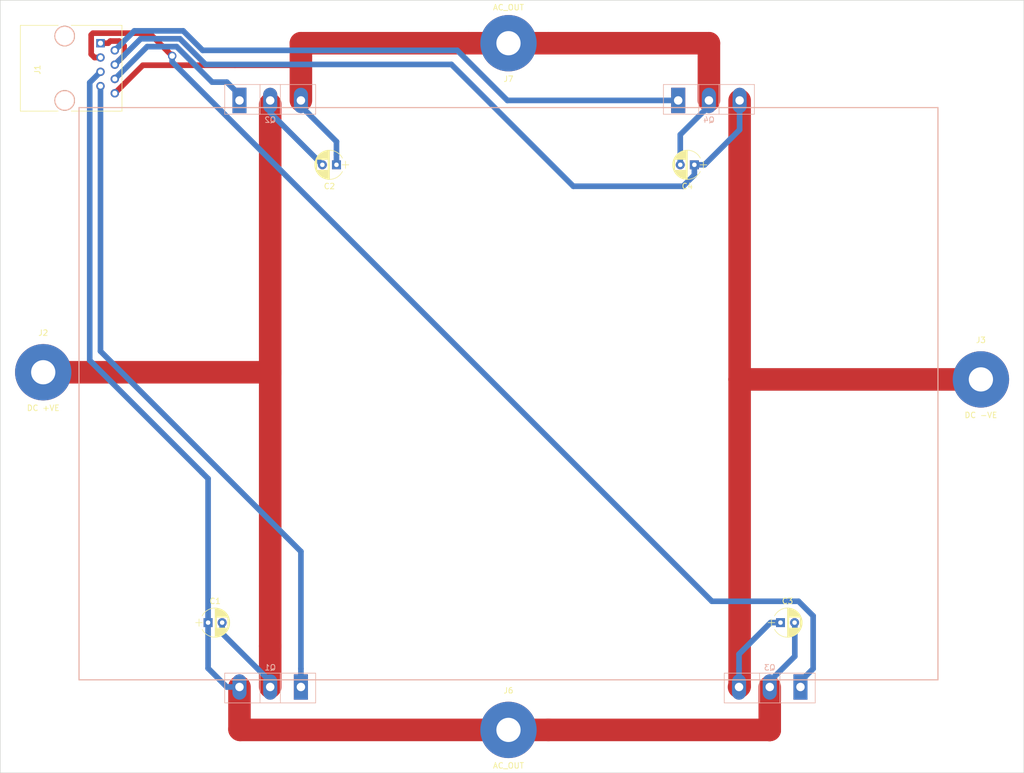
<source format=kicad_pcb>
(kicad_pcb (version 4) (host pcbnew 4.0.7)

  (general
    (links 24)
    (no_connects 2)
    (area 34.239999 20.269999 215.950001 157.530001)
    (thickness 1.6)
    (drawings 36)
    (tracks 104)
    (zones 0)
    (modules 17)
    (nets 9)
  )

  (page A4)
  (layers
    (0 F.Cu mixed)
    (31 B.Cu power)
    (32 B.Adhes user hide)
    (33 F.Adhes user hide)
    (34 B.Paste user hide)
    (35 F.Paste user hide)
    (36 B.SilkS user)
    (37 F.SilkS user)
    (38 B.Mask user hide)
    (39 F.Mask user)
    (40 Dwgs.User user hide)
    (41 Cmts.User user hide)
    (42 Eco1.User user hide)
    (43 Eco2.User user hide)
    (44 Edge.Cuts user)
    (45 Margin user hide)
    (46 B.CrtYd user hide)
    (47 F.CrtYd user hide)
    (48 B.Fab user hide)
    (49 F.Fab user hide)
  )

  (setup
    (last_trace_width 1)
    (trace_clearance 0.4)
    (zone_clearance 0.508)
    (zone_45_only no)
    (trace_min 0.2)
    (segment_width 0.2)
    (edge_width 0.1)
    (via_size 1.5)
    (via_drill 1)
    (via_min_size 0.4)
    (via_min_drill 0.3)
    (uvia_size 1)
    (uvia_drill 0.5)
    (uvias_allowed no)
    (uvia_min_size 0.2)
    (uvia_min_drill 0.1)
    (pcb_text_width 0.3)
    (pcb_text_size 1.5 1.5)
    (mod_edge_width 0.15)
    (mod_text_size 1 1)
    (mod_text_width 0.15)
    (pad_size 10 10)
    (pad_drill 4.3)
    (pad_to_mask_clearance 0)
    (aux_axis_origin 0 0)
    (visible_elements 7FFFEFFF)
    (pcbplotparams
      (layerselection 0x000f0_80000001)
      (usegerberextensions false)
      (excludeedgelayer true)
      (linewidth 0.100000)
      (plotframeref false)
      (viasonmask false)
      (mode 1)
      (useauxorigin false)
      (hpglpennumber 1)
      (hpglpenspeed 20)
      (hpglpendiameter 15)
      (hpglpenoverlay 2)
      (psnegative false)
      (psa4output false)
      (plotreference true)
      (plotvalue true)
      (plotinvisibletext false)
      (padsonsilk false)
      (subtractmaskfromsilk false)
      (outputformat 1)
      (mirror false)
      (drillshape 0)
      (scaleselection 1)
      (outputdirectory ""))
  )

  (net 0 "")
  (net 1 GND_ISO_1)
  (net 2 DRV_GATE_1)
  (net 3 DRV_GATE_2)
  (net 4 DRV_GATE_3)
  (net 5 DRV_GATE_4)
  (net 6 GND_ISO_3)
  (net 7 "/SinglePowerSwitch 1/DRAIN")
  (net 8 GND_ISO_2)

  (net_class Default "This is the default net class."
    (clearance 0.4)
    (trace_width 1)
    (via_dia 1.5)
    (via_drill 1)
    (uvia_dia 1)
    (uvia_drill 0.5)
    (add_net "/SinglePowerSwitch 1/DRAIN")
    (add_net DRV_GATE_1)
    (add_net DRV_GATE_2)
    (add_net DRV_GATE_3)
    (add_net DRV_GATE_4)
    (add_net GND_ISO_1)
    (add_net GND_ISO_2)
    (add_net GND_ISO_3)
  )

  (net_class Power ""
    (clearance 1.5)
    (trace_width 5)
    (via_dia 1.5)
    (via_drill 1)
    (uvia_dia 1)
    (uvia_drill 0.5)
  )

  (module PartsLibraries:PowerConnectorRound (layer F.Cu) (tedit 5A2985A4) (tstamp 5A291ED2)
    (at 124.46 149.86 90)
    (path /59AEFF90)
    (fp_text reference J6 (at 6.985 0 180) (layer F.SilkS)
      (effects (font (size 1 1) (thickness 0.15)))
    )
    (fp_text value AC_OUT (at -6.35 0 180) (layer F.SilkS)
      (effects (font (size 1 1) (thickness 0.15)))
    )
    (pad 1 thru_hole circle (at 0 0 90) (size 10 10) (drill 4.3) (layers *.Cu *.Mask)
      (net 1 GND_ISO_1))
  )

  (module PartsLibraries:PowerConnectorRound (layer F.Cu) (tedit 5A298574) (tstamp 5A291ED7)
    (at 124.46 27.94 90)
    (path /59AFA697)
    (fp_text reference J7 (at -6.35 0 180) (layer F.SilkS)
      (effects (font (size 1 1) (thickness 0.15)))
    )
    (fp_text value AC_OUT (at 6.35 0 360) (layer F.SilkS)
      (effects (font (size 1 1) (thickness 0.15)))
    )
    (pad 1 thru_hole circle (at 0 0 90) (size 10 10) (drill 4.3) (layers *.Cu *.Mask)
      (net 8 GND_ISO_2))
  )

  (module PartsLibraries:PowerConnectorRound (layer F.Cu) (tedit 5A298643) (tstamp 5A291ECD)
    (at 208.28 83.63 90)
    (path /5A28246C)
    (fp_text reference J3 (at 2.985 0 180) (layer F.SilkS)
      (effects (font (size 1 1) (thickness 0.15)))
    )
    (fp_text value "DC -VE" (at -10.35 0 180) (layer F.SilkS)
      (effects (font (size 1 1) (thickness 0.15)))
    )
    (pad 1 thru_hole circle (at -4 0 90) (size 10 10) (drill 4.3) (layers *.Cu *.Mask)
      (net 6 GND_ISO_3))
  )

  (module PartsLibraries:PowerConnectorRound (layer F.Cu) (tedit 5A29863E) (tstamp 5A291EC8)
    (at 41.91 83.63 90)
    (path /5A28227C)
    (fp_text reference J2 (at 4.255 0 180) (layer F.SilkS)
      (effects (font (size 1 1) (thickness 0.15)))
    )
    (fp_text value "DC +VE" (at -9.08 0 180) (layer F.SilkS)
      (effects (font (size 1 1) (thickness 0.15)))
    )
    (pad 1 thru_hole circle (at -2.73 0 90) (size 10 10) (drill 4.3) (layers *.Cu *.Mask)
      (net 7 "/SinglePowerSwitch 1/DRAIN"))
  )

  (module PartsLibraries:RJ45 (layer F.Cu) (tedit 59511D7C) (tstamp 5A29397D)
    (at 52.07 27.94 270)
    (tags RJ45)
    (path /59AED755)
    (fp_text reference J1 (at 4.7 11.18 270) (layer F.SilkS)
      (effects (font (size 1 1) (thickness 0.15)))
    )
    (fp_text value RJ45 (at 4.59 6.25 270) (layer F.Fab)
      (effects (font (size 1 1) (thickness 0.15)))
    )
    (fp_line (start -3.17 14.22) (end 12.07 14.22) (layer F.SilkS) (width 0.12))
    (fp_line (start 12.07 -3.81) (end 12.06 5.18) (layer F.SilkS) (width 0.12))
    (fp_line (start 12.07 -3.81) (end -3.17 -3.81) (layer F.SilkS) (width 0.12))
    (fp_line (start -3.17 -3.81) (end -3.17 5.19) (layer F.SilkS) (width 0.12))
    (fp_line (start 12.06 7.52) (end 12.07 14.22) (layer F.SilkS) (width 0.12))
    (fp_line (start -3.17 7.51) (end -3.17 14.22) (layer F.SilkS) (width 0.12))
    (fp_line (start -3.56 -4.06) (end 12.46 -4.06) (layer F.CrtYd) (width 0.05))
    (fp_line (start -3.56 -4.06) (end -3.56 14.47) (layer F.CrtYd) (width 0.05))
    (fp_line (start 12.46 14.47) (end 12.46 -4.06) (layer F.CrtYd) (width 0.05))
    (fp_line (start 12.46 14.47) (end -3.56 14.47) (layer F.CrtYd) (width 0.05))
    (pad "" np_thru_hole circle (at 10.16 6.35 270) (size 3.65 3.65) (drill 3.25) (layers *.Cu *.SilkS *.Mask))
    (pad "" np_thru_hole circle (at -1.27 6.35 270) (size 3.65 3.65) (drill 3.25) (layers *.Cu *.SilkS *.Mask))
    (pad 1 thru_hole rect (at 0 0 270) (size 1.5 1.5) (drill 0.9) (layers *.Cu *.Mask)
      (net 6 GND_ISO_3))
    (pad 2 thru_hole circle (at 1.27 -2.54 270) (size 1.5 1.5) (drill 0.9) (layers *.Cu *.Mask)
      (net 5 DRV_GATE_4))
    (pad 3 thru_hole circle (at 2.54 0 270) (size 1.5 1.5) (drill 0.9) (layers *.Cu *.Mask)
      (net 4 DRV_GATE_3))
    (pad 4 thru_hole circle (at 3.81 -2.54 270) (size 1.5 1.5) (drill 0.9) (layers *.Cu *.Mask)
      (net 6 GND_ISO_3))
    (pad 5 thru_hole circle (at 5.08 0 270) (size 1.5 1.5) (drill 0.9) (layers *.Cu *.Mask)
      (net 1 GND_ISO_1))
    (pad 6 thru_hole circle (at 6.35 -2.54 270) (size 1.5 1.5) (drill 0.9) (layers *.Cu *.Mask)
      (net 3 DRV_GATE_2))
    (pad 7 thru_hole circle (at 7.62 0 270) (size 1.5 1.5) (drill 0.9) (layers *.Cu *.Mask)
      (net 2 DRV_GATE_1))
    (pad 8 thru_hole circle (at 8.89 -2.54 270) (size 1.5 1.5) (drill 0.9) (layers *.Cu *.Mask)
      (net 8 GND_ISO_2))
    (model ../../../../../../Development/multilevelinverter/Hardware/3D/RJ45.wrl
      (at (xyz 0.175 -0.667 0.3))
      (scale (xyz 10 10 10))
      (rotate (xyz 270 0 0))
    )
  )

  (module Mounting_Holes:MountingHole_4.3mm_M4 (layer F.Cu) (tedit 5A27F79F) (tstamp 5A2955FA)
    (at 181.61 123.19 180)
    (descr "Mounting Hole 4.3mm, no annular, M4")
    (tags "mounting hole 4.3mm no annular m4")
    (attr virtual)
    (fp_text reference "" (at 0 -5.3 180) (layer F.SilkS)
      (effects (font (size 1 1) (thickness 0.15)))
    )
    (fp_text value MountingHole_4.3mm_M4 (at 0 5.3 180) (layer F.Fab)
      (effects (font (size 1 1) (thickness 0.15)))
    )
    (fp_text user %R (at 0.3 0 180) (layer F.Fab)
      (effects (font (size 1 1) (thickness 0.15)))
    )
    (fp_circle (center 0 0) (end 4.3 0) (layer Cmts.User) (width 0.15))
    (fp_circle (center 0 0) (end 4.55 0) (layer F.CrtYd) (width 0.05))
    (pad 1 np_thru_hole circle (at 0 0 180) (size 4.3 4.3) (drill 4.3) (layers *.Cu *.Mask))
  )

  (module TO_SOT_Packages_THT:TO-247_TO-3P_Vertical (layer B.Cu) (tedit 58CE52AE) (tstamp 59AF0986)
    (at 76.73 38.1)
    (descr "TO-247, Vertical, RM 5.45mm, TO-3P")
    (tags "TO-247 Vertical RM 5.45mm TO-3P")
    (path /59AEEDCB/59AEE014)
    (fp_text reference Q2 (at 5.45 3.45) (layer B.SilkS)
      (effects (font (size 1 1) (thickness 0.15)) (justify mirror))
    )
    (fp_text value RFP12N10L (at 5.45 -6.07) (layer B.Fab)
      (effects (font (size 1 1) (thickness 0.15)) (justify mirror))
    )
    (fp_text user %R (at 5.45 3.45) (layer B.Fab)
      (effects (font (size 1 1) (thickness 0.15)) (justify mirror))
    )
    (fp_line (start -2.5 2.33) (end -2.5 -2.7) (layer B.Fab) (width 0.1))
    (fp_line (start -2.5 -2.7) (end 13.4 -2.7) (layer B.Fab) (width 0.1))
    (fp_line (start 13.4 -2.7) (end 13.4 2.33) (layer B.Fab) (width 0.1))
    (fp_line (start 13.4 2.33) (end -2.5 2.33) (layer B.Fab) (width 0.1))
    (fp_line (start 3.645 2.33) (end 3.645 -2.7) (layer B.Fab) (width 0.1))
    (fp_line (start 7.255 2.33) (end 7.255 -2.7) (layer B.Fab) (width 0.1))
    (fp_line (start -2.62 2.451) (end 13.52 2.451) (layer B.SilkS) (width 0.12))
    (fp_line (start -2.62 -2.82) (end 13.52 -2.82) (layer B.SilkS) (width 0.12))
    (fp_line (start -2.62 2.451) (end -2.62 -2.82) (layer B.SilkS) (width 0.12))
    (fp_line (start 13.52 2.451) (end 13.52 -2.82) (layer B.SilkS) (width 0.12))
    (fp_line (start 3.646 2.451) (end 3.646 -2.82) (layer B.SilkS) (width 0.12))
    (fp_line (start 7.255 2.451) (end 7.255 -2.82) (layer B.SilkS) (width 0.12))
    (fp_line (start -2.75 2.59) (end -2.75 -2.95) (layer B.CrtYd) (width 0.05))
    (fp_line (start -2.75 -2.95) (end 13.65 -2.95) (layer B.CrtYd) (width 0.05))
    (fp_line (start 13.65 -2.95) (end 13.65 2.59) (layer B.CrtYd) (width 0.05))
    (fp_line (start 13.65 2.59) (end -2.75 2.59) (layer B.CrtYd) (width 0.05))
    (pad 1 thru_hole rect (at 0 0) (size 2.5 4.5) (drill 1.5) (layers *.Cu *.Mask)
      (net 3 DRV_GATE_2))
    (pad 2 thru_hole oval (at 5.45 0) (size 2.5 4.5) (drill 1.5) (layers *.Cu *.Mask)
      (net 7 "/SinglePowerSwitch 1/DRAIN"))
    (pad 3 thru_hole oval (at 10.9 0) (size 2.5 4.5) (drill 1.5) (layers *.Cu *.Mask)
      (net 8 GND_ISO_2))
    (model ${KISYS3DMOD}/TO_SOT_Packages_THT.3dshapes/TO-247_TO-3P_Vertical.wrl
      (at (xyz 0.212598 0 0))
      (scale (xyz 1 1 1))
      (rotate (xyz 0 0 0))
    )
  )

  (module Mounting_Holes:MountingHole_4.3mm_M4 (layer F.Cu) (tedit 5A27F79F) (tstamp 5A172C67)
    (at 181.61 54.61 180)
    (descr "Mounting Hole 4.3mm, no annular, M4")
    (tags "mounting hole 4.3mm no annular m4")
    (attr virtual)
    (fp_text reference "" (at 0 -5.3 180) (layer F.SilkS)
      (effects (font (size 1 1) (thickness 0.15)))
    )
    (fp_text value MountingHole_4.3mm_M4 (at 0 5.3 180) (layer F.Fab)
      (effects (font (size 1 1) (thickness 0.15)))
    )
    (fp_text user %R (at 0.3 0 180) (layer F.Fab)
      (effects (font (size 1 1) (thickness 0.15)))
    )
    (fp_circle (center 0 0) (end 4.3 0) (layer Cmts.User) (width 0.15))
    (fp_circle (center 0 0) (end 4.55 0) (layer F.CrtYd) (width 0.05))
    (pad 1 np_thru_hole circle (at 0 0 180) (size 4.3 4.3) (drill 4.3) (layers *.Cu *.Mask))
  )

  (module PartsLibraries:CP_Radial_D5.0mm_P2.50mm (layer F.Cu) (tedit 597BC7C2) (tstamp 59AF0722)
    (at 71.16 130.81)
    (descr "CP, Radial series, Radial, pin pitch=2.50mm, , diameter=5mm, Electrolytic Capacitor")
    (tags "CP Radial series Radial pin pitch 2.50mm  diameter 5mm Electrolytic Capacitor")
    (path /59AEDD49/59AEE01D)
    (fp_text reference C1 (at 1.25 -3.81) (layer F.SilkS)
      (effects (font (size 1 1) (thickness 0.15)))
    )
    (fp_text value C (at 1.25 3.81) (layer F.Fab)
      (effects (font (size 1 1) (thickness 0.15)))
    )
    (fp_arc (start 1.25 0) (end -1.05558 -1.18) (angle 125.8) (layer F.SilkS) (width 0.12))
    (fp_arc (start 1.25 0) (end -1.05558 1.18) (angle -125.8) (layer F.SilkS) (width 0.12))
    (fp_arc (start 1.25 0) (end 3.55558 -1.18) (angle 54.2) (layer F.SilkS) (width 0.12))
    (fp_circle (center 1.25 0) (end 3.75 0) (layer F.Fab) (width 0.1))
    (fp_line (start -2.2 0) (end -1 0) (layer F.Fab) (width 0.1))
    (fp_line (start -1.6 -0.65) (end -1.6 0.65) (layer F.Fab) (width 0.1))
    (fp_line (start 1.25 -2.55) (end 1.25 2.55) (layer F.SilkS) (width 0.12))
    (fp_line (start 1.29 -2.55) (end 1.29 2.55) (layer F.SilkS) (width 0.12))
    (fp_line (start 1.33 -2.549) (end 1.33 2.549) (layer F.SilkS) (width 0.12))
    (fp_line (start 1.37 -2.548) (end 1.37 2.548) (layer F.SilkS) (width 0.12))
    (fp_line (start 1.41 -2.546) (end 1.41 2.546) (layer F.SilkS) (width 0.12))
    (fp_line (start 1.45 -2.543) (end 1.45 2.543) (layer F.SilkS) (width 0.12))
    (fp_line (start 1.49 -2.539) (end 1.49 2.539) (layer F.SilkS) (width 0.12))
    (fp_line (start 1.53 -2.535) (end 1.53 -0.98) (layer F.SilkS) (width 0.12))
    (fp_line (start 1.53 0.98) (end 1.53 2.535) (layer F.SilkS) (width 0.12))
    (fp_line (start 1.57 -2.531) (end 1.57 -0.98) (layer F.SilkS) (width 0.12))
    (fp_line (start 1.57 0.98) (end 1.57 2.531) (layer F.SilkS) (width 0.12))
    (fp_line (start 1.61 -2.525) (end 1.61 -0.98) (layer F.SilkS) (width 0.12))
    (fp_line (start 1.61 0.98) (end 1.61 2.525) (layer F.SilkS) (width 0.12))
    (fp_line (start 1.65 -2.519) (end 1.65 -0.98) (layer F.SilkS) (width 0.12))
    (fp_line (start 1.65 0.98) (end 1.65 2.519) (layer F.SilkS) (width 0.12))
    (fp_line (start 1.69 -2.513) (end 1.69 -0.98) (layer F.SilkS) (width 0.12))
    (fp_line (start 1.69 0.98) (end 1.69 2.513) (layer F.SilkS) (width 0.12))
    (fp_line (start 1.73 -2.506) (end 1.73 -0.98) (layer F.SilkS) (width 0.12))
    (fp_line (start 1.73 0.98) (end 1.73 2.506) (layer F.SilkS) (width 0.12))
    (fp_line (start 1.77 -2.498) (end 1.77 -0.98) (layer F.SilkS) (width 0.12))
    (fp_line (start 1.77 0.98) (end 1.77 2.498) (layer F.SilkS) (width 0.12))
    (fp_line (start 1.81 -2.489) (end 1.81 -0.98) (layer F.SilkS) (width 0.12))
    (fp_line (start 1.81 0.98) (end 1.81 2.489) (layer F.SilkS) (width 0.12))
    (fp_line (start 1.85 -2.48) (end 1.85 -0.98) (layer F.SilkS) (width 0.12))
    (fp_line (start 1.85 0.98) (end 1.85 2.48) (layer F.SilkS) (width 0.12))
    (fp_line (start 1.89 -2.47) (end 1.89 -0.98) (layer F.SilkS) (width 0.12))
    (fp_line (start 1.89 0.98) (end 1.89 2.47) (layer F.SilkS) (width 0.12))
    (fp_line (start 1.93 -2.46) (end 1.93 -0.98) (layer F.SilkS) (width 0.12))
    (fp_line (start 1.93 0.98) (end 1.93 2.46) (layer F.SilkS) (width 0.12))
    (fp_line (start 1.971 -2.448) (end 1.971 -0.98) (layer F.SilkS) (width 0.12))
    (fp_line (start 1.971 0.98) (end 1.971 2.448) (layer F.SilkS) (width 0.12))
    (fp_line (start 2.011 -2.436) (end 2.011 -0.98) (layer F.SilkS) (width 0.12))
    (fp_line (start 2.011 0.98) (end 2.011 2.436) (layer F.SilkS) (width 0.12))
    (fp_line (start 2.051 -2.424) (end 2.051 -0.98) (layer F.SilkS) (width 0.12))
    (fp_line (start 2.051 0.98) (end 2.051 2.424) (layer F.SilkS) (width 0.12))
    (fp_line (start 2.091 -2.41) (end 2.091 -0.98) (layer F.SilkS) (width 0.12))
    (fp_line (start 2.091 0.98) (end 2.091 2.41) (layer F.SilkS) (width 0.12))
    (fp_line (start 2.131 -2.396) (end 2.131 -0.98) (layer F.SilkS) (width 0.12))
    (fp_line (start 2.131 0.98) (end 2.131 2.396) (layer F.SilkS) (width 0.12))
    (fp_line (start 2.171 -2.382) (end 2.171 -0.98) (layer F.SilkS) (width 0.12))
    (fp_line (start 2.171 0.98) (end 2.171 2.382) (layer F.SilkS) (width 0.12))
    (fp_line (start 2.211 -2.366) (end 2.211 -0.98) (layer F.SilkS) (width 0.12))
    (fp_line (start 2.211 0.98) (end 2.211 2.366) (layer F.SilkS) (width 0.12))
    (fp_line (start 2.251 -2.35) (end 2.251 -0.98) (layer F.SilkS) (width 0.12))
    (fp_line (start 2.251 0.98) (end 2.251 2.35) (layer F.SilkS) (width 0.12))
    (fp_line (start 2.291 -2.333) (end 2.291 -0.98) (layer F.SilkS) (width 0.12))
    (fp_line (start 2.291 0.98) (end 2.291 2.333) (layer F.SilkS) (width 0.12))
    (fp_line (start 2.331 -2.315) (end 2.331 -0.98) (layer F.SilkS) (width 0.12))
    (fp_line (start 2.331 0.98) (end 2.331 2.315) (layer F.SilkS) (width 0.12))
    (fp_line (start 2.371 -2.296) (end 2.371 -0.98) (layer F.SilkS) (width 0.12))
    (fp_line (start 2.371 0.98) (end 2.371 2.296) (layer F.SilkS) (width 0.12))
    (fp_line (start 2.411 -2.276) (end 2.411 -0.98) (layer F.SilkS) (width 0.12))
    (fp_line (start 2.411 0.98) (end 2.411 2.276) (layer F.SilkS) (width 0.12))
    (fp_line (start 2.451 -2.256) (end 2.451 -0.98) (layer F.SilkS) (width 0.12))
    (fp_line (start 2.451 0.98) (end 2.451 2.256) (layer F.SilkS) (width 0.12))
    (fp_line (start 2.491 -2.234) (end 2.491 -0.98) (layer F.SilkS) (width 0.12))
    (fp_line (start 2.491 0.98) (end 2.491 2.234) (layer F.SilkS) (width 0.12))
    (fp_line (start 2.531 -2.212) (end 2.531 -0.98) (layer F.SilkS) (width 0.12))
    (fp_line (start 2.531 0.98) (end 2.531 2.212) (layer F.SilkS) (width 0.12))
    (fp_line (start 2.571 -2.189) (end 2.571 -0.98) (layer F.SilkS) (width 0.12))
    (fp_line (start 2.571 0.98) (end 2.571 2.189) (layer F.SilkS) (width 0.12))
    (fp_line (start 2.611 -2.165) (end 2.611 -0.98) (layer F.SilkS) (width 0.12))
    (fp_line (start 2.611 0.98) (end 2.611 2.165) (layer F.SilkS) (width 0.12))
    (fp_line (start 2.651 -2.14) (end 2.651 -0.98) (layer F.SilkS) (width 0.12))
    (fp_line (start 2.651 0.98) (end 2.651 2.14) (layer F.SilkS) (width 0.12))
    (fp_line (start 2.691 -2.113) (end 2.691 -0.98) (layer F.SilkS) (width 0.12))
    (fp_line (start 2.691 0.98) (end 2.691 2.113) (layer F.SilkS) (width 0.12))
    (fp_line (start 2.731 -2.086) (end 2.731 -0.98) (layer F.SilkS) (width 0.12))
    (fp_line (start 2.731 0.98) (end 2.731 2.086) (layer F.SilkS) (width 0.12))
    (fp_line (start 2.771 -2.058) (end 2.771 -0.98) (layer F.SilkS) (width 0.12))
    (fp_line (start 2.771 0.98) (end 2.771 2.058) (layer F.SilkS) (width 0.12))
    (fp_line (start 2.811 -2.028) (end 2.811 -0.98) (layer F.SilkS) (width 0.12))
    (fp_line (start 2.811 0.98) (end 2.811 2.028) (layer F.SilkS) (width 0.12))
    (fp_line (start 2.851 -1.997) (end 2.851 -0.98) (layer F.SilkS) (width 0.12))
    (fp_line (start 2.851 0.98) (end 2.851 1.997) (layer F.SilkS) (width 0.12))
    (fp_line (start 2.891 -1.965) (end 2.891 -0.98) (layer F.SilkS) (width 0.12))
    (fp_line (start 2.891 0.98) (end 2.891 1.965) (layer F.SilkS) (width 0.12))
    (fp_line (start 2.931 -1.932) (end 2.931 -0.98) (layer F.SilkS) (width 0.12))
    (fp_line (start 2.931 0.98) (end 2.931 1.932) (layer F.SilkS) (width 0.12))
    (fp_line (start 2.971 -1.897) (end 2.971 -0.98) (layer F.SilkS) (width 0.12))
    (fp_line (start 2.971 0.98) (end 2.971 1.897) (layer F.SilkS) (width 0.12))
    (fp_line (start 3.011 -1.861) (end 3.011 -0.98) (layer F.SilkS) (width 0.12))
    (fp_line (start 3.011 0.98) (end 3.011 1.861) (layer F.SilkS) (width 0.12))
    (fp_line (start 3.051 -1.823) (end 3.051 -0.98) (layer F.SilkS) (width 0.12))
    (fp_line (start 3.051 0.98) (end 3.051 1.823) (layer F.SilkS) (width 0.12))
    (fp_line (start 3.091 -1.783) (end 3.091 -0.98) (layer F.SilkS) (width 0.12))
    (fp_line (start 3.091 0.98) (end 3.091 1.783) (layer F.SilkS) (width 0.12))
    (fp_line (start 3.131 -1.742) (end 3.131 -0.98) (layer F.SilkS) (width 0.12))
    (fp_line (start 3.131 0.98) (end 3.131 1.742) (layer F.SilkS) (width 0.12))
    (fp_line (start 3.171 -1.699) (end 3.171 -0.98) (layer F.SilkS) (width 0.12))
    (fp_line (start 3.171 0.98) (end 3.171 1.699) (layer F.SilkS) (width 0.12))
    (fp_line (start 3.211 -1.654) (end 3.211 -0.98) (layer F.SilkS) (width 0.12))
    (fp_line (start 3.211 0.98) (end 3.211 1.654) (layer F.SilkS) (width 0.12))
    (fp_line (start 3.251 -1.606) (end 3.251 -0.98) (layer F.SilkS) (width 0.12))
    (fp_line (start 3.251 0.98) (end 3.251 1.606) (layer F.SilkS) (width 0.12))
    (fp_line (start 3.291 -1.556) (end 3.291 -0.98) (layer F.SilkS) (width 0.12))
    (fp_line (start 3.291 0.98) (end 3.291 1.556) (layer F.SilkS) (width 0.12))
    (fp_line (start 3.331 -1.504) (end 3.331 -0.98) (layer F.SilkS) (width 0.12))
    (fp_line (start 3.331 0.98) (end 3.331 1.504) (layer F.SilkS) (width 0.12))
    (fp_line (start 3.371 -1.448) (end 3.371 -0.98) (layer F.SilkS) (width 0.12))
    (fp_line (start 3.371 0.98) (end 3.371 1.448) (layer F.SilkS) (width 0.12))
    (fp_line (start 3.411 -1.39) (end 3.411 -0.98) (layer F.SilkS) (width 0.12))
    (fp_line (start 3.411 0.98) (end 3.411 1.39) (layer F.SilkS) (width 0.12))
    (fp_line (start 3.451 -1.327) (end 3.451 -0.98) (layer F.SilkS) (width 0.12))
    (fp_line (start 3.451 0.98) (end 3.451 1.327) (layer F.SilkS) (width 0.12))
    (fp_line (start 3.491 -1.261) (end 3.491 1.261) (layer F.SilkS) (width 0.12))
    (fp_line (start 3.531 -1.189) (end 3.531 1.189) (layer F.SilkS) (width 0.12))
    (fp_line (start 3.571 -1.112) (end 3.571 1.112) (layer F.SilkS) (width 0.12))
    (fp_line (start 3.611 -1.028) (end 3.611 1.028) (layer F.SilkS) (width 0.12))
    (fp_line (start 3.651 -0.934) (end 3.651 0.934) (layer F.SilkS) (width 0.12))
    (fp_line (start 3.691 -0.829) (end 3.691 0.829) (layer F.SilkS) (width 0.12))
    (fp_line (start 3.731 -0.707) (end 3.731 0.707) (layer F.SilkS) (width 0.12))
    (fp_line (start 3.771 -0.559) (end 3.771 0.559) (layer F.SilkS) (width 0.12))
    (fp_line (start 3.811 -0.354) (end 3.811 0.354) (layer F.SilkS) (width 0.12))
    (fp_line (start -2.2 0) (end -1 0) (layer F.SilkS) (width 0.12))
    (fp_line (start -1.6 -0.65) (end -1.6 0.65) (layer F.SilkS) (width 0.12))
    (fp_line (start -1.6 -2.85) (end -1.6 2.85) (layer F.CrtYd) (width 0.05))
    (fp_line (start -1.6 2.85) (end 4.1 2.85) (layer F.CrtYd) (width 0.05))
    (fp_line (start 4.1 2.85) (end 4.1 -2.85) (layer F.CrtYd) (width 0.05))
    (fp_line (start 4.1 -2.85) (end -1.6 -2.85) (layer F.CrtYd) (width 0.05))
    (fp_text user %R (at 1.25 0) (layer F.Fab)
      (effects (font (size 1 1) (thickness 0.15)))
    )
    (pad 1 thru_hole rect (at 0 0) (size 1.6 1.6) (drill 0.8) (layers *.Cu *.Mask)
      (net 1 GND_ISO_1))
    (pad 2 thru_hole circle (at 2.5 0) (size 1.6 1.6) (drill 0.8) (layers *.Cu *.Mask)
      (net 7 "/SinglePowerSwitch 1/DRAIN"))
    (model ${KISYS3DMOD}/Capacitors_THT.3dshapes/CP_Radial_D5.0mm_P2.50mm.wrl
      (at (xyz 0 0 0))
      (scale (xyz 1 1 1))
      (rotate (xyz 0 0 0))
    )
  )

  (module PartsLibraries:CP_Radial_D5.0mm_P2.50mm (layer F.Cu) (tedit 597BC7C2) (tstamp 59AF082C)
    (at 172.72 130.81)
    (descr "CP, Radial series, Radial, pin pitch=2.50mm, , diameter=5mm, Electrolytic Capacitor")
    (tags "CP Radial series Radial pin pitch 2.50mm  diameter 5mm Electrolytic Capacitor")
    (path /59AEEFC6/59AEE01D)
    (fp_text reference C3 (at 1.25 -3.81) (layer F.SilkS)
      (effects (font (size 1 1) (thickness 0.15)))
    )
    (fp_text value C (at 1.25 3.81) (layer F.Fab)
      (effects (font (size 1 1) (thickness 0.15)))
    )
    (fp_arc (start 1.25 0) (end -1.05558 -1.18) (angle 125.8) (layer F.SilkS) (width 0.12))
    (fp_arc (start 1.25 0) (end -1.05558 1.18) (angle -125.8) (layer F.SilkS) (width 0.12))
    (fp_arc (start 1.25 0) (end 3.55558 -1.18) (angle 54.2) (layer F.SilkS) (width 0.12))
    (fp_circle (center 1.25 0) (end 3.75 0) (layer F.Fab) (width 0.1))
    (fp_line (start -2.2 0) (end -1 0) (layer F.Fab) (width 0.1))
    (fp_line (start -1.6 -0.65) (end -1.6 0.65) (layer F.Fab) (width 0.1))
    (fp_line (start 1.25 -2.55) (end 1.25 2.55) (layer F.SilkS) (width 0.12))
    (fp_line (start 1.29 -2.55) (end 1.29 2.55) (layer F.SilkS) (width 0.12))
    (fp_line (start 1.33 -2.549) (end 1.33 2.549) (layer F.SilkS) (width 0.12))
    (fp_line (start 1.37 -2.548) (end 1.37 2.548) (layer F.SilkS) (width 0.12))
    (fp_line (start 1.41 -2.546) (end 1.41 2.546) (layer F.SilkS) (width 0.12))
    (fp_line (start 1.45 -2.543) (end 1.45 2.543) (layer F.SilkS) (width 0.12))
    (fp_line (start 1.49 -2.539) (end 1.49 2.539) (layer F.SilkS) (width 0.12))
    (fp_line (start 1.53 -2.535) (end 1.53 -0.98) (layer F.SilkS) (width 0.12))
    (fp_line (start 1.53 0.98) (end 1.53 2.535) (layer F.SilkS) (width 0.12))
    (fp_line (start 1.57 -2.531) (end 1.57 -0.98) (layer F.SilkS) (width 0.12))
    (fp_line (start 1.57 0.98) (end 1.57 2.531) (layer F.SilkS) (width 0.12))
    (fp_line (start 1.61 -2.525) (end 1.61 -0.98) (layer F.SilkS) (width 0.12))
    (fp_line (start 1.61 0.98) (end 1.61 2.525) (layer F.SilkS) (width 0.12))
    (fp_line (start 1.65 -2.519) (end 1.65 -0.98) (layer F.SilkS) (width 0.12))
    (fp_line (start 1.65 0.98) (end 1.65 2.519) (layer F.SilkS) (width 0.12))
    (fp_line (start 1.69 -2.513) (end 1.69 -0.98) (layer F.SilkS) (width 0.12))
    (fp_line (start 1.69 0.98) (end 1.69 2.513) (layer F.SilkS) (width 0.12))
    (fp_line (start 1.73 -2.506) (end 1.73 -0.98) (layer F.SilkS) (width 0.12))
    (fp_line (start 1.73 0.98) (end 1.73 2.506) (layer F.SilkS) (width 0.12))
    (fp_line (start 1.77 -2.498) (end 1.77 -0.98) (layer F.SilkS) (width 0.12))
    (fp_line (start 1.77 0.98) (end 1.77 2.498) (layer F.SilkS) (width 0.12))
    (fp_line (start 1.81 -2.489) (end 1.81 -0.98) (layer F.SilkS) (width 0.12))
    (fp_line (start 1.81 0.98) (end 1.81 2.489) (layer F.SilkS) (width 0.12))
    (fp_line (start 1.85 -2.48) (end 1.85 -0.98) (layer F.SilkS) (width 0.12))
    (fp_line (start 1.85 0.98) (end 1.85 2.48) (layer F.SilkS) (width 0.12))
    (fp_line (start 1.89 -2.47) (end 1.89 -0.98) (layer F.SilkS) (width 0.12))
    (fp_line (start 1.89 0.98) (end 1.89 2.47) (layer F.SilkS) (width 0.12))
    (fp_line (start 1.93 -2.46) (end 1.93 -0.98) (layer F.SilkS) (width 0.12))
    (fp_line (start 1.93 0.98) (end 1.93 2.46) (layer F.SilkS) (width 0.12))
    (fp_line (start 1.971 -2.448) (end 1.971 -0.98) (layer F.SilkS) (width 0.12))
    (fp_line (start 1.971 0.98) (end 1.971 2.448) (layer F.SilkS) (width 0.12))
    (fp_line (start 2.011 -2.436) (end 2.011 -0.98) (layer F.SilkS) (width 0.12))
    (fp_line (start 2.011 0.98) (end 2.011 2.436) (layer F.SilkS) (width 0.12))
    (fp_line (start 2.051 -2.424) (end 2.051 -0.98) (layer F.SilkS) (width 0.12))
    (fp_line (start 2.051 0.98) (end 2.051 2.424) (layer F.SilkS) (width 0.12))
    (fp_line (start 2.091 -2.41) (end 2.091 -0.98) (layer F.SilkS) (width 0.12))
    (fp_line (start 2.091 0.98) (end 2.091 2.41) (layer F.SilkS) (width 0.12))
    (fp_line (start 2.131 -2.396) (end 2.131 -0.98) (layer F.SilkS) (width 0.12))
    (fp_line (start 2.131 0.98) (end 2.131 2.396) (layer F.SilkS) (width 0.12))
    (fp_line (start 2.171 -2.382) (end 2.171 -0.98) (layer F.SilkS) (width 0.12))
    (fp_line (start 2.171 0.98) (end 2.171 2.382) (layer F.SilkS) (width 0.12))
    (fp_line (start 2.211 -2.366) (end 2.211 -0.98) (layer F.SilkS) (width 0.12))
    (fp_line (start 2.211 0.98) (end 2.211 2.366) (layer F.SilkS) (width 0.12))
    (fp_line (start 2.251 -2.35) (end 2.251 -0.98) (layer F.SilkS) (width 0.12))
    (fp_line (start 2.251 0.98) (end 2.251 2.35) (layer F.SilkS) (width 0.12))
    (fp_line (start 2.291 -2.333) (end 2.291 -0.98) (layer F.SilkS) (width 0.12))
    (fp_line (start 2.291 0.98) (end 2.291 2.333) (layer F.SilkS) (width 0.12))
    (fp_line (start 2.331 -2.315) (end 2.331 -0.98) (layer F.SilkS) (width 0.12))
    (fp_line (start 2.331 0.98) (end 2.331 2.315) (layer F.SilkS) (width 0.12))
    (fp_line (start 2.371 -2.296) (end 2.371 -0.98) (layer F.SilkS) (width 0.12))
    (fp_line (start 2.371 0.98) (end 2.371 2.296) (layer F.SilkS) (width 0.12))
    (fp_line (start 2.411 -2.276) (end 2.411 -0.98) (layer F.SilkS) (width 0.12))
    (fp_line (start 2.411 0.98) (end 2.411 2.276) (layer F.SilkS) (width 0.12))
    (fp_line (start 2.451 -2.256) (end 2.451 -0.98) (layer F.SilkS) (width 0.12))
    (fp_line (start 2.451 0.98) (end 2.451 2.256) (layer F.SilkS) (width 0.12))
    (fp_line (start 2.491 -2.234) (end 2.491 -0.98) (layer F.SilkS) (width 0.12))
    (fp_line (start 2.491 0.98) (end 2.491 2.234) (layer F.SilkS) (width 0.12))
    (fp_line (start 2.531 -2.212) (end 2.531 -0.98) (layer F.SilkS) (width 0.12))
    (fp_line (start 2.531 0.98) (end 2.531 2.212) (layer F.SilkS) (width 0.12))
    (fp_line (start 2.571 -2.189) (end 2.571 -0.98) (layer F.SilkS) (width 0.12))
    (fp_line (start 2.571 0.98) (end 2.571 2.189) (layer F.SilkS) (width 0.12))
    (fp_line (start 2.611 -2.165) (end 2.611 -0.98) (layer F.SilkS) (width 0.12))
    (fp_line (start 2.611 0.98) (end 2.611 2.165) (layer F.SilkS) (width 0.12))
    (fp_line (start 2.651 -2.14) (end 2.651 -0.98) (layer F.SilkS) (width 0.12))
    (fp_line (start 2.651 0.98) (end 2.651 2.14) (layer F.SilkS) (width 0.12))
    (fp_line (start 2.691 -2.113) (end 2.691 -0.98) (layer F.SilkS) (width 0.12))
    (fp_line (start 2.691 0.98) (end 2.691 2.113) (layer F.SilkS) (width 0.12))
    (fp_line (start 2.731 -2.086) (end 2.731 -0.98) (layer F.SilkS) (width 0.12))
    (fp_line (start 2.731 0.98) (end 2.731 2.086) (layer F.SilkS) (width 0.12))
    (fp_line (start 2.771 -2.058) (end 2.771 -0.98) (layer F.SilkS) (width 0.12))
    (fp_line (start 2.771 0.98) (end 2.771 2.058) (layer F.SilkS) (width 0.12))
    (fp_line (start 2.811 -2.028) (end 2.811 -0.98) (layer F.SilkS) (width 0.12))
    (fp_line (start 2.811 0.98) (end 2.811 2.028) (layer F.SilkS) (width 0.12))
    (fp_line (start 2.851 -1.997) (end 2.851 -0.98) (layer F.SilkS) (width 0.12))
    (fp_line (start 2.851 0.98) (end 2.851 1.997) (layer F.SilkS) (width 0.12))
    (fp_line (start 2.891 -1.965) (end 2.891 -0.98) (layer F.SilkS) (width 0.12))
    (fp_line (start 2.891 0.98) (end 2.891 1.965) (layer F.SilkS) (width 0.12))
    (fp_line (start 2.931 -1.932) (end 2.931 -0.98) (layer F.SilkS) (width 0.12))
    (fp_line (start 2.931 0.98) (end 2.931 1.932) (layer F.SilkS) (width 0.12))
    (fp_line (start 2.971 -1.897) (end 2.971 -0.98) (layer F.SilkS) (width 0.12))
    (fp_line (start 2.971 0.98) (end 2.971 1.897) (layer F.SilkS) (width 0.12))
    (fp_line (start 3.011 -1.861) (end 3.011 -0.98) (layer F.SilkS) (width 0.12))
    (fp_line (start 3.011 0.98) (end 3.011 1.861) (layer F.SilkS) (width 0.12))
    (fp_line (start 3.051 -1.823) (end 3.051 -0.98) (layer F.SilkS) (width 0.12))
    (fp_line (start 3.051 0.98) (end 3.051 1.823) (layer F.SilkS) (width 0.12))
    (fp_line (start 3.091 -1.783) (end 3.091 -0.98) (layer F.SilkS) (width 0.12))
    (fp_line (start 3.091 0.98) (end 3.091 1.783) (layer F.SilkS) (width 0.12))
    (fp_line (start 3.131 -1.742) (end 3.131 -0.98) (layer F.SilkS) (width 0.12))
    (fp_line (start 3.131 0.98) (end 3.131 1.742) (layer F.SilkS) (width 0.12))
    (fp_line (start 3.171 -1.699) (end 3.171 -0.98) (layer F.SilkS) (width 0.12))
    (fp_line (start 3.171 0.98) (end 3.171 1.699) (layer F.SilkS) (width 0.12))
    (fp_line (start 3.211 -1.654) (end 3.211 -0.98) (layer F.SilkS) (width 0.12))
    (fp_line (start 3.211 0.98) (end 3.211 1.654) (layer F.SilkS) (width 0.12))
    (fp_line (start 3.251 -1.606) (end 3.251 -0.98) (layer F.SilkS) (width 0.12))
    (fp_line (start 3.251 0.98) (end 3.251 1.606) (layer F.SilkS) (width 0.12))
    (fp_line (start 3.291 -1.556) (end 3.291 -0.98) (layer F.SilkS) (width 0.12))
    (fp_line (start 3.291 0.98) (end 3.291 1.556) (layer F.SilkS) (width 0.12))
    (fp_line (start 3.331 -1.504) (end 3.331 -0.98) (layer F.SilkS) (width 0.12))
    (fp_line (start 3.331 0.98) (end 3.331 1.504) (layer F.SilkS) (width 0.12))
    (fp_line (start 3.371 -1.448) (end 3.371 -0.98) (layer F.SilkS) (width 0.12))
    (fp_line (start 3.371 0.98) (end 3.371 1.448) (layer F.SilkS) (width 0.12))
    (fp_line (start 3.411 -1.39) (end 3.411 -0.98) (layer F.SilkS) (width 0.12))
    (fp_line (start 3.411 0.98) (end 3.411 1.39) (layer F.SilkS) (width 0.12))
    (fp_line (start 3.451 -1.327) (end 3.451 -0.98) (layer F.SilkS) (width 0.12))
    (fp_line (start 3.451 0.98) (end 3.451 1.327) (layer F.SilkS) (width 0.12))
    (fp_line (start 3.491 -1.261) (end 3.491 1.261) (layer F.SilkS) (width 0.12))
    (fp_line (start 3.531 -1.189) (end 3.531 1.189) (layer F.SilkS) (width 0.12))
    (fp_line (start 3.571 -1.112) (end 3.571 1.112) (layer F.SilkS) (width 0.12))
    (fp_line (start 3.611 -1.028) (end 3.611 1.028) (layer F.SilkS) (width 0.12))
    (fp_line (start 3.651 -0.934) (end 3.651 0.934) (layer F.SilkS) (width 0.12))
    (fp_line (start 3.691 -0.829) (end 3.691 0.829) (layer F.SilkS) (width 0.12))
    (fp_line (start 3.731 -0.707) (end 3.731 0.707) (layer F.SilkS) (width 0.12))
    (fp_line (start 3.771 -0.559) (end 3.771 0.559) (layer F.SilkS) (width 0.12))
    (fp_line (start 3.811 -0.354) (end 3.811 0.354) (layer F.SilkS) (width 0.12))
    (fp_line (start -2.2 0) (end -1 0) (layer F.SilkS) (width 0.12))
    (fp_line (start -1.6 -0.65) (end -1.6 0.65) (layer F.SilkS) (width 0.12))
    (fp_line (start -1.6 -2.85) (end -1.6 2.85) (layer F.CrtYd) (width 0.05))
    (fp_line (start -1.6 2.85) (end 4.1 2.85) (layer F.CrtYd) (width 0.05))
    (fp_line (start 4.1 2.85) (end 4.1 -2.85) (layer F.CrtYd) (width 0.05))
    (fp_line (start 4.1 -2.85) (end -1.6 -2.85) (layer F.CrtYd) (width 0.05))
    (fp_text user %R (at 1.25 0) (layer F.Fab)
      (effects (font (size 1 1) (thickness 0.15)))
    )
    (pad 1 thru_hole rect (at 0 0) (size 1.6 1.6) (drill 0.8) (layers *.Cu *.Mask)
      (net 6 GND_ISO_3))
    (pad 2 thru_hole circle (at 2.5 0) (size 1.6 1.6) (drill 0.8) (layers *.Cu *.Mask)
      (net 1 GND_ISO_1))
    (model ${KISYS3DMOD}/Capacitors_THT.3dshapes/CP_Radial_D5.0mm_P2.50mm.wrl
      (at (xyz 0 0 0))
      (scale (xyz 1 1 1))
      (rotate (xyz 0 0 0))
    )
  )

  (module Mounting_Holes:MountingHole_4.3mm_M4 (layer F.Cu) (tedit 5A27F7A2) (tstamp 5A172C6E)
    (at 66.04 54.61 180)
    (descr "Mounting Hole 4.3mm, no annular, M4")
    (tags "mounting hole 4.3mm no annular m4")
    (attr virtual)
    (fp_text reference "" (at 0 -5.3 180) (layer F.SilkS)
      (effects (font (size 1 1) (thickness 0.15)))
    )
    (fp_text value MountingHole_4.3mm_M4 (at 0 5.3 180) (layer F.Fab)
      (effects (font (size 1 1) (thickness 0.15)))
    )
    (fp_text user %R (at 0.3 0 180) (layer F.Fab)
      (effects (font (size 1 1) (thickness 0.15)))
    )
    (fp_circle (center 0 0) (end 4.3 0) (layer Cmts.User) (width 0.15))
    (fp_circle (center 0 0) (end 4.55 0) (layer F.CrtYd) (width 0.05))
    (pad 1 np_thru_hole circle (at 0 0 180) (size 4.3 4.3) (drill 4.3) (layers *.Cu *.Mask))
  )

  (module Mounting_Holes:MountingHole_4.3mm_M4 (layer F.Cu) (tedit 5A27F798) (tstamp 5A172C60)
    (at 66.04 123.19 180)
    (descr "Mounting Hole 4.3mm, no annular, M4")
    (tags "mounting hole 4.3mm no annular m4")
    (attr virtual)
    (fp_text reference "" (at 0 -5.3 180) (layer F.SilkS)
      (effects (font (size 1 1) (thickness 0.15)))
    )
    (fp_text value MountingHole_4.3mm_M4 (at 0 5.3 180) (layer F.Fab)
      (effects (font (size 1 1) (thickness 0.15)))
    )
    (fp_text user %R (at 0.3 0 180) (layer F.Fab)
      (effects (font (size 1 1) (thickness 0.15)))
    )
    (fp_circle (center 0 0) (end 4.3 0) (layer Cmts.User) (width 0.15))
    (fp_circle (center 0 0) (end 4.55 0) (layer F.CrtYd) (width 0.05))
    (pad 1 np_thru_hole circle (at 0 0 180) (size 4.3 4.3) (drill 4.3) (layers *.Cu *.Mask))
  )

  (module PartsLibraries:CP_Radial_D5.0mm_P2.50mm (layer F.Cu) (tedit 597BC7C2) (tstamp 59AF07A7)
    (at 93.94 49.53 180)
    (descr "CP, Radial series, Radial, pin pitch=2.50mm, , diameter=5mm, Electrolytic Capacitor")
    (tags "CP Radial series Radial pin pitch 2.50mm  diameter 5mm Electrolytic Capacitor")
    (path /59AEEDCB/59AEE01D)
    (fp_text reference C2 (at 1.25 -3.81 180) (layer F.SilkS)
      (effects (font (size 1 1) (thickness 0.15)))
    )
    (fp_text value C (at 1.25 3.81 180) (layer F.Fab)
      (effects (font (size 1 1) (thickness 0.15)))
    )
    (fp_arc (start 1.25 0) (end -1.05558 -1.18) (angle 125.8) (layer F.SilkS) (width 0.12))
    (fp_arc (start 1.25 0) (end -1.05558 1.18) (angle -125.8) (layer F.SilkS) (width 0.12))
    (fp_arc (start 1.25 0) (end 3.55558 -1.18) (angle 54.2) (layer F.SilkS) (width 0.12))
    (fp_circle (center 1.25 0) (end 3.75 0) (layer F.Fab) (width 0.1))
    (fp_line (start -2.2 0) (end -1 0) (layer F.Fab) (width 0.1))
    (fp_line (start -1.6 -0.65) (end -1.6 0.65) (layer F.Fab) (width 0.1))
    (fp_line (start 1.25 -2.55) (end 1.25 2.55) (layer F.SilkS) (width 0.12))
    (fp_line (start 1.29 -2.55) (end 1.29 2.55) (layer F.SilkS) (width 0.12))
    (fp_line (start 1.33 -2.549) (end 1.33 2.549) (layer F.SilkS) (width 0.12))
    (fp_line (start 1.37 -2.548) (end 1.37 2.548) (layer F.SilkS) (width 0.12))
    (fp_line (start 1.41 -2.546) (end 1.41 2.546) (layer F.SilkS) (width 0.12))
    (fp_line (start 1.45 -2.543) (end 1.45 2.543) (layer F.SilkS) (width 0.12))
    (fp_line (start 1.49 -2.539) (end 1.49 2.539) (layer F.SilkS) (width 0.12))
    (fp_line (start 1.53 -2.535) (end 1.53 -0.98) (layer F.SilkS) (width 0.12))
    (fp_line (start 1.53 0.98) (end 1.53 2.535) (layer F.SilkS) (width 0.12))
    (fp_line (start 1.57 -2.531) (end 1.57 -0.98) (layer F.SilkS) (width 0.12))
    (fp_line (start 1.57 0.98) (end 1.57 2.531) (layer F.SilkS) (width 0.12))
    (fp_line (start 1.61 -2.525) (end 1.61 -0.98) (layer F.SilkS) (width 0.12))
    (fp_line (start 1.61 0.98) (end 1.61 2.525) (layer F.SilkS) (width 0.12))
    (fp_line (start 1.65 -2.519) (end 1.65 -0.98) (layer F.SilkS) (width 0.12))
    (fp_line (start 1.65 0.98) (end 1.65 2.519) (layer F.SilkS) (width 0.12))
    (fp_line (start 1.69 -2.513) (end 1.69 -0.98) (layer F.SilkS) (width 0.12))
    (fp_line (start 1.69 0.98) (end 1.69 2.513) (layer F.SilkS) (width 0.12))
    (fp_line (start 1.73 -2.506) (end 1.73 -0.98) (layer F.SilkS) (width 0.12))
    (fp_line (start 1.73 0.98) (end 1.73 2.506) (layer F.SilkS) (width 0.12))
    (fp_line (start 1.77 -2.498) (end 1.77 -0.98) (layer F.SilkS) (width 0.12))
    (fp_line (start 1.77 0.98) (end 1.77 2.498) (layer F.SilkS) (width 0.12))
    (fp_line (start 1.81 -2.489) (end 1.81 -0.98) (layer F.SilkS) (width 0.12))
    (fp_line (start 1.81 0.98) (end 1.81 2.489) (layer F.SilkS) (width 0.12))
    (fp_line (start 1.85 -2.48) (end 1.85 -0.98) (layer F.SilkS) (width 0.12))
    (fp_line (start 1.85 0.98) (end 1.85 2.48) (layer F.SilkS) (width 0.12))
    (fp_line (start 1.89 -2.47) (end 1.89 -0.98) (layer F.SilkS) (width 0.12))
    (fp_line (start 1.89 0.98) (end 1.89 2.47) (layer F.SilkS) (width 0.12))
    (fp_line (start 1.93 -2.46) (end 1.93 -0.98) (layer F.SilkS) (width 0.12))
    (fp_line (start 1.93 0.98) (end 1.93 2.46) (layer F.SilkS) (width 0.12))
    (fp_line (start 1.971 -2.448) (end 1.971 -0.98) (layer F.SilkS) (width 0.12))
    (fp_line (start 1.971 0.98) (end 1.971 2.448) (layer F.SilkS) (width 0.12))
    (fp_line (start 2.011 -2.436) (end 2.011 -0.98) (layer F.SilkS) (width 0.12))
    (fp_line (start 2.011 0.98) (end 2.011 2.436) (layer F.SilkS) (width 0.12))
    (fp_line (start 2.051 -2.424) (end 2.051 -0.98) (layer F.SilkS) (width 0.12))
    (fp_line (start 2.051 0.98) (end 2.051 2.424) (layer F.SilkS) (width 0.12))
    (fp_line (start 2.091 -2.41) (end 2.091 -0.98) (layer F.SilkS) (width 0.12))
    (fp_line (start 2.091 0.98) (end 2.091 2.41) (layer F.SilkS) (width 0.12))
    (fp_line (start 2.131 -2.396) (end 2.131 -0.98) (layer F.SilkS) (width 0.12))
    (fp_line (start 2.131 0.98) (end 2.131 2.396) (layer F.SilkS) (width 0.12))
    (fp_line (start 2.171 -2.382) (end 2.171 -0.98) (layer F.SilkS) (width 0.12))
    (fp_line (start 2.171 0.98) (end 2.171 2.382) (layer F.SilkS) (width 0.12))
    (fp_line (start 2.211 -2.366) (end 2.211 -0.98) (layer F.SilkS) (width 0.12))
    (fp_line (start 2.211 0.98) (end 2.211 2.366) (layer F.SilkS) (width 0.12))
    (fp_line (start 2.251 -2.35) (end 2.251 -0.98) (layer F.SilkS) (width 0.12))
    (fp_line (start 2.251 0.98) (end 2.251 2.35) (layer F.SilkS) (width 0.12))
    (fp_line (start 2.291 -2.333) (end 2.291 -0.98) (layer F.SilkS) (width 0.12))
    (fp_line (start 2.291 0.98) (end 2.291 2.333) (layer F.SilkS) (width 0.12))
    (fp_line (start 2.331 -2.315) (end 2.331 -0.98) (layer F.SilkS) (width 0.12))
    (fp_line (start 2.331 0.98) (end 2.331 2.315) (layer F.SilkS) (width 0.12))
    (fp_line (start 2.371 -2.296) (end 2.371 -0.98) (layer F.SilkS) (width 0.12))
    (fp_line (start 2.371 0.98) (end 2.371 2.296) (layer F.SilkS) (width 0.12))
    (fp_line (start 2.411 -2.276) (end 2.411 -0.98) (layer F.SilkS) (width 0.12))
    (fp_line (start 2.411 0.98) (end 2.411 2.276) (layer F.SilkS) (width 0.12))
    (fp_line (start 2.451 -2.256) (end 2.451 -0.98) (layer F.SilkS) (width 0.12))
    (fp_line (start 2.451 0.98) (end 2.451 2.256) (layer F.SilkS) (width 0.12))
    (fp_line (start 2.491 -2.234) (end 2.491 -0.98) (layer F.SilkS) (width 0.12))
    (fp_line (start 2.491 0.98) (end 2.491 2.234) (layer F.SilkS) (width 0.12))
    (fp_line (start 2.531 -2.212) (end 2.531 -0.98) (layer F.SilkS) (width 0.12))
    (fp_line (start 2.531 0.98) (end 2.531 2.212) (layer F.SilkS) (width 0.12))
    (fp_line (start 2.571 -2.189) (end 2.571 -0.98) (layer F.SilkS) (width 0.12))
    (fp_line (start 2.571 0.98) (end 2.571 2.189) (layer F.SilkS) (width 0.12))
    (fp_line (start 2.611 -2.165) (end 2.611 -0.98) (layer F.SilkS) (width 0.12))
    (fp_line (start 2.611 0.98) (end 2.611 2.165) (layer F.SilkS) (width 0.12))
    (fp_line (start 2.651 -2.14) (end 2.651 -0.98) (layer F.SilkS) (width 0.12))
    (fp_line (start 2.651 0.98) (end 2.651 2.14) (layer F.SilkS) (width 0.12))
    (fp_line (start 2.691 -2.113) (end 2.691 -0.98) (layer F.SilkS) (width 0.12))
    (fp_line (start 2.691 0.98) (end 2.691 2.113) (layer F.SilkS) (width 0.12))
    (fp_line (start 2.731 -2.086) (end 2.731 -0.98) (layer F.SilkS) (width 0.12))
    (fp_line (start 2.731 0.98) (end 2.731 2.086) (layer F.SilkS) (width 0.12))
    (fp_line (start 2.771 -2.058) (end 2.771 -0.98) (layer F.SilkS) (width 0.12))
    (fp_line (start 2.771 0.98) (end 2.771 2.058) (layer F.SilkS) (width 0.12))
    (fp_line (start 2.811 -2.028) (end 2.811 -0.98) (layer F.SilkS) (width 0.12))
    (fp_line (start 2.811 0.98) (end 2.811 2.028) (layer F.SilkS) (width 0.12))
    (fp_line (start 2.851 -1.997) (end 2.851 -0.98) (layer F.SilkS) (width 0.12))
    (fp_line (start 2.851 0.98) (end 2.851 1.997) (layer F.SilkS) (width 0.12))
    (fp_line (start 2.891 -1.965) (end 2.891 -0.98) (layer F.SilkS) (width 0.12))
    (fp_line (start 2.891 0.98) (end 2.891 1.965) (layer F.SilkS) (width 0.12))
    (fp_line (start 2.931 -1.932) (end 2.931 -0.98) (layer F.SilkS) (width 0.12))
    (fp_line (start 2.931 0.98) (end 2.931 1.932) (layer F.SilkS) (width 0.12))
    (fp_line (start 2.971 -1.897) (end 2.971 -0.98) (layer F.SilkS) (width 0.12))
    (fp_line (start 2.971 0.98) (end 2.971 1.897) (layer F.SilkS) (width 0.12))
    (fp_line (start 3.011 -1.861) (end 3.011 -0.98) (layer F.SilkS) (width 0.12))
    (fp_line (start 3.011 0.98) (end 3.011 1.861) (layer F.SilkS) (width 0.12))
    (fp_line (start 3.051 -1.823) (end 3.051 -0.98) (layer F.SilkS) (width 0.12))
    (fp_line (start 3.051 0.98) (end 3.051 1.823) (layer F.SilkS) (width 0.12))
    (fp_line (start 3.091 -1.783) (end 3.091 -0.98) (layer F.SilkS) (width 0.12))
    (fp_line (start 3.091 0.98) (end 3.091 1.783) (layer F.SilkS) (width 0.12))
    (fp_line (start 3.131 -1.742) (end 3.131 -0.98) (layer F.SilkS) (width 0.12))
    (fp_line (start 3.131 0.98) (end 3.131 1.742) (layer F.SilkS) (width 0.12))
    (fp_line (start 3.171 -1.699) (end 3.171 -0.98) (layer F.SilkS) (width 0.12))
    (fp_line (start 3.171 0.98) (end 3.171 1.699) (layer F.SilkS) (width 0.12))
    (fp_line (start 3.211 -1.654) (end 3.211 -0.98) (layer F.SilkS) (width 0.12))
    (fp_line (start 3.211 0.98) (end 3.211 1.654) (layer F.SilkS) (width 0.12))
    (fp_line (start 3.251 -1.606) (end 3.251 -0.98) (layer F.SilkS) (width 0.12))
    (fp_line (start 3.251 0.98) (end 3.251 1.606) (layer F.SilkS) (width 0.12))
    (fp_line (start 3.291 -1.556) (end 3.291 -0.98) (layer F.SilkS) (width 0.12))
    (fp_line (start 3.291 0.98) (end 3.291 1.556) (layer F.SilkS) (width 0.12))
    (fp_line (start 3.331 -1.504) (end 3.331 -0.98) (layer F.SilkS) (width 0.12))
    (fp_line (start 3.331 0.98) (end 3.331 1.504) (layer F.SilkS) (width 0.12))
    (fp_line (start 3.371 -1.448) (end 3.371 -0.98) (layer F.SilkS) (width 0.12))
    (fp_line (start 3.371 0.98) (end 3.371 1.448) (layer F.SilkS) (width 0.12))
    (fp_line (start 3.411 -1.39) (end 3.411 -0.98) (layer F.SilkS) (width 0.12))
    (fp_line (start 3.411 0.98) (end 3.411 1.39) (layer F.SilkS) (width 0.12))
    (fp_line (start 3.451 -1.327) (end 3.451 -0.98) (layer F.SilkS) (width 0.12))
    (fp_line (start 3.451 0.98) (end 3.451 1.327) (layer F.SilkS) (width 0.12))
    (fp_line (start 3.491 -1.261) (end 3.491 1.261) (layer F.SilkS) (width 0.12))
    (fp_line (start 3.531 -1.189) (end 3.531 1.189) (layer F.SilkS) (width 0.12))
    (fp_line (start 3.571 -1.112) (end 3.571 1.112) (layer F.SilkS) (width 0.12))
    (fp_line (start 3.611 -1.028) (end 3.611 1.028) (layer F.SilkS) (width 0.12))
    (fp_line (start 3.651 -0.934) (end 3.651 0.934) (layer F.SilkS) (width 0.12))
    (fp_line (start 3.691 -0.829) (end 3.691 0.829) (layer F.SilkS) (width 0.12))
    (fp_line (start 3.731 -0.707) (end 3.731 0.707) (layer F.SilkS) (width 0.12))
    (fp_line (start 3.771 -0.559) (end 3.771 0.559) (layer F.SilkS) (width 0.12))
    (fp_line (start 3.811 -0.354) (end 3.811 0.354) (layer F.SilkS) (width 0.12))
    (fp_line (start -2.2 0) (end -1 0) (layer F.SilkS) (width 0.12))
    (fp_line (start -1.6 -0.65) (end -1.6 0.65) (layer F.SilkS) (width 0.12))
    (fp_line (start -1.6 -2.85) (end -1.6 2.85) (layer F.CrtYd) (width 0.05))
    (fp_line (start -1.6 2.85) (end 4.1 2.85) (layer F.CrtYd) (width 0.05))
    (fp_line (start 4.1 2.85) (end 4.1 -2.85) (layer F.CrtYd) (width 0.05))
    (fp_line (start 4.1 -2.85) (end -1.6 -2.85) (layer F.CrtYd) (width 0.05))
    (fp_text user %R (at 1.25 0 180) (layer F.Fab)
      (effects (font (size 1 1) (thickness 0.15)))
    )
    (pad 1 thru_hole rect (at 0 0 180) (size 1.6 1.6) (drill 0.8) (layers *.Cu *.Mask)
      (net 8 GND_ISO_2))
    (pad 2 thru_hole circle (at 2.5 0 180) (size 1.6 1.6) (drill 0.8) (layers *.Cu *.Mask)
      (net 7 "/SinglePowerSwitch 1/DRAIN"))
    (model ${KISYS3DMOD}/Capacitors_THT.3dshapes/CP_Radial_D5.0mm_P2.50mm.wrl
      (at (xyz 0 0 0))
      (scale (xyz 1 1 1))
      (rotate (xyz 0 0 0))
    )
  )

  (module PartsLibraries:CP_Radial_D5.0mm_P2.50mm (layer F.Cu) (tedit 597BC7C2) (tstamp 59AF08B1)
    (at 157.44 49.53 180)
    (descr "CP, Radial series, Radial, pin pitch=2.50mm, , diameter=5mm, Electrolytic Capacitor")
    (tags "CP Radial series Radial pin pitch 2.50mm  diameter 5mm Electrolytic Capacitor")
    (path /59AEEFCD/59AEE01D)
    (fp_text reference C4 (at 1.25 -3.81 180) (layer F.SilkS)
      (effects (font (size 1 1) (thickness 0.15)))
    )
    (fp_text value C (at 1.25 3.81 180) (layer F.Fab)
      (effects (font (size 1 1) (thickness 0.15)))
    )
    (fp_arc (start 1.25 0) (end -1.05558 -1.18) (angle 125.8) (layer F.SilkS) (width 0.12))
    (fp_arc (start 1.25 0) (end -1.05558 1.18) (angle -125.8) (layer F.SilkS) (width 0.12))
    (fp_arc (start 1.25 0) (end 3.55558 -1.18) (angle 54.2) (layer F.SilkS) (width 0.12))
    (fp_circle (center 1.25 0) (end 3.75 0) (layer F.Fab) (width 0.1))
    (fp_line (start -2.2 0) (end -1 0) (layer F.Fab) (width 0.1))
    (fp_line (start -1.6 -0.65) (end -1.6 0.65) (layer F.Fab) (width 0.1))
    (fp_line (start 1.25 -2.55) (end 1.25 2.55) (layer F.SilkS) (width 0.12))
    (fp_line (start 1.29 -2.55) (end 1.29 2.55) (layer F.SilkS) (width 0.12))
    (fp_line (start 1.33 -2.549) (end 1.33 2.549) (layer F.SilkS) (width 0.12))
    (fp_line (start 1.37 -2.548) (end 1.37 2.548) (layer F.SilkS) (width 0.12))
    (fp_line (start 1.41 -2.546) (end 1.41 2.546) (layer F.SilkS) (width 0.12))
    (fp_line (start 1.45 -2.543) (end 1.45 2.543) (layer F.SilkS) (width 0.12))
    (fp_line (start 1.49 -2.539) (end 1.49 2.539) (layer F.SilkS) (width 0.12))
    (fp_line (start 1.53 -2.535) (end 1.53 -0.98) (layer F.SilkS) (width 0.12))
    (fp_line (start 1.53 0.98) (end 1.53 2.535) (layer F.SilkS) (width 0.12))
    (fp_line (start 1.57 -2.531) (end 1.57 -0.98) (layer F.SilkS) (width 0.12))
    (fp_line (start 1.57 0.98) (end 1.57 2.531) (layer F.SilkS) (width 0.12))
    (fp_line (start 1.61 -2.525) (end 1.61 -0.98) (layer F.SilkS) (width 0.12))
    (fp_line (start 1.61 0.98) (end 1.61 2.525) (layer F.SilkS) (width 0.12))
    (fp_line (start 1.65 -2.519) (end 1.65 -0.98) (layer F.SilkS) (width 0.12))
    (fp_line (start 1.65 0.98) (end 1.65 2.519) (layer F.SilkS) (width 0.12))
    (fp_line (start 1.69 -2.513) (end 1.69 -0.98) (layer F.SilkS) (width 0.12))
    (fp_line (start 1.69 0.98) (end 1.69 2.513) (layer F.SilkS) (width 0.12))
    (fp_line (start 1.73 -2.506) (end 1.73 -0.98) (layer F.SilkS) (width 0.12))
    (fp_line (start 1.73 0.98) (end 1.73 2.506) (layer F.SilkS) (width 0.12))
    (fp_line (start 1.77 -2.498) (end 1.77 -0.98) (layer F.SilkS) (width 0.12))
    (fp_line (start 1.77 0.98) (end 1.77 2.498) (layer F.SilkS) (width 0.12))
    (fp_line (start 1.81 -2.489) (end 1.81 -0.98) (layer F.SilkS) (width 0.12))
    (fp_line (start 1.81 0.98) (end 1.81 2.489) (layer F.SilkS) (width 0.12))
    (fp_line (start 1.85 -2.48) (end 1.85 -0.98) (layer F.SilkS) (width 0.12))
    (fp_line (start 1.85 0.98) (end 1.85 2.48) (layer F.SilkS) (width 0.12))
    (fp_line (start 1.89 -2.47) (end 1.89 -0.98) (layer F.SilkS) (width 0.12))
    (fp_line (start 1.89 0.98) (end 1.89 2.47) (layer F.SilkS) (width 0.12))
    (fp_line (start 1.93 -2.46) (end 1.93 -0.98) (layer F.SilkS) (width 0.12))
    (fp_line (start 1.93 0.98) (end 1.93 2.46) (layer F.SilkS) (width 0.12))
    (fp_line (start 1.971 -2.448) (end 1.971 -0.98) (layer F.SilkS) (width 0.12))
    (fp_line (start 1.971 0.98) (end 1.971 2.448) (layer F.SilkS) (width 0.12))
    (fp_line (start 2.011 -2.436) (end 2.011 -0.98) (layer F.SilkS) (width 0.12))
    (fp_line (start 2.011 0.98) (end 2.011 2.436) (layer F.SilkS) (width 0.12))
    (fp_line (start 2.051 -2.424) (end 2.051 -0.98) (layer F.SilkS) (width 0.12))
    (fp_line (start 2.051 0.98) (end 2.051 2.424) (layer F.SilkS) (width 0.12))
    (fp_line (start 2.091 -2.41) (end 2.091 -0.98) (layer F.SilkS) (width 0.12))
    (fp_line (start 2.091 0.98) (end 2.091 2.41) (layer F.SilkS) (width 0.12))
    (fp_line (start 2.131 -2.396) (end 2.131 -0.98) (layer F.SilkS) (width 0.12))
    (fp_line (start 2.131 0.98) (end 2.131 2.396) (layer F.SilkS) (width 0.12))
    (fp_line (start 2.171 -2.382) (end 2.171 -0.98) (layer F.SilkS) (width 0.12))
    (fp_line (start 2.171 0.98) (end 2.171 2.382) (layer F.SilkS) (width 0.12))
    (fp_line (start 2.211 -2.366) (end 2.211 -0.98) (layer F.SilkS) (width 0.12))
    (fp_line (start 2.211 0.98) (end 2.211 2.366) (layer F.SilkS) (width 0.12))
    (fp_line (start 2.251 -2.35) (end 2.251 -0.98) (layer F.SilkS) (width 0.12))
    (fp_line (start 2.251 0.98) (end 2.251 2.35) (layer F.SilkS) (width 0.12))
    (fp_line (start 2.291 -2.333) (end 2.291 -0.98) (layer F.SilkS) (width 0.12))
    (fp_line (start 2.291 0.98) (end 2.291 2.333) (layer F.SilkS) (width 0.12))
    (fp_line (start 2.331 -2.315) (end 2.331 -0.98) (layer F.SilkS) (width 0.12))
    (fp_line (start 2.331 0.98) (end 2.331 2.315) (layer F.SilkS) (width 0.12))
    (fp_line (start 2.371 -2.296) (end 2.371 -0.98) (layer F.SilkS) (width 0.12))
    (fp_line (start 2.371 0.98) (end 2.371 2.296) (layer F.SilkS) (width 0.12))
    (fp_line (start 2.411 -2.276) (end 2.411 -0.98) (layer F.SilkS) (width 0.12))
    (fp_line (start 2.411 0.98) (end 2.411 2.276) (layer F.SilkS) (width 0.12))
    (fp_line (start 2.451 -2.256) (end 2.451 -0.98) (layer F.SilkS) (width 0.12))
    (fp_line (start 2.451 0.98) (end 2.451 2.256) (layer F.SilkS) (width 0.12))
    (fp_line (start 2.491 -2.234) (end 2.491 -0.98) (layer F.SilkS) (width 0.12))
    (fp_line (start 2.491 0.98) (end 2.491 2.234) (layer F.SilkS) (width 0.12))
    (fp_line (start 2.531 -2.212) (end 2.531 -0.98) (layer F.SilkS) (width 0.12))
    (fp_line (start 2.531 0.98) (end 2.531 2.212) (layer F.SilkS) (width 0.12))
    (fp_line (start 2.571 -2.189) (end 2.571 -0.98) (layer F.SilkS) (width 0.12))
    (fp_line (start 2.571 0.98) (end 2.571 2.189) (layer F.SilkS) (width 0.12))
    (fp_line (start 2.611 -2.165) (end 2.611 -0.98) (layer F.SilkS) (width 0.12))
    (fp_line (start 2.611 0.98) (end 2.611 2.165) (layer F.SilkS) (width 0.12))
    (fp_line (start 2.651 -2.14) (end 2.651 -0.98) (layer F.SilkS) (width 0.12))
    (fp_line (start 2.651 0.98) (end 2.651 2.14) (layer F.SilkS) (width 0.12))
    (fp_line (start 2.691 -2.113) (end 2.691 -0.98) (layer F.SilkS) (width 0.12))
    (fp_line (start 2.691 0.98) (end 2.691 2.113) (layer F.SilkS) (width 0.12))
    (fp_line (start 2.731 -2.086) (end 2.731 -0.98) (layer F.SilkS) (width 0.12))
    (fp_line (start 2.731 0.98) (end 2.731 2.086) (layer F.SilkS) (width 0.12))
    (fp_line (start 2.771 -2.058) (end 2.771 -0.98) (layer F.SilkS) (width 0.12))
    (fp_line (start 2.771 0.98) (end 2.771 2.058) (layer F.SilkS) (width 0.12))
    (fp_line (start 2.811 -2.028) (end 2.811 -0.98) (layer F.SilkS) (width 0.12))
    (fp_line (start 2.811 0.98) (end 2.811 2.028) (layer F.SilkS) (width 0.12))
    (fp_line (start 2.851 -1.997) (end 2.851 -0.98) (layer F.SilkS) (width 0.12))
    (fp_line (start 2.851 0.98) (end 2.851 1.997) (layer F.SilkS) (width 0.12))
    (fp_line (start 2.891 -1.965) (end 2.891 -0.98) (layer F.SilkS) (width 0.12))
    (fp_line (start 2.891 0.98) (end 2.891 1.965) (layer F.SilkS) (width 0.12))
    (fp_line (start 2.931 -1.932) (end 2.931 -0.98) (layer F.SilkS) (width 0.12))
    (fp_line (start 2.931 0.98) (end 2.931 1.932) (layer F.SilkS) (width 0.12))
    (fp_line (start 2.971 -1.897) (end 2.971 -0.98) (layer F.SilkS) (width 0.12))
    (fp_line (start 2.971 0.98) (end 2.971 1.897) (layer F.SilkS) (width 0.12))
    (fp_line (start 3.011 -1.861) (end 3.011 -0.98) (layer F.SilkS) (width 0.12))
    (fp_line (start 3.011 0.98) (end 3.011 1.861) (layer F.SilkS) (width 0.12))
    (fp_line (start 3.051 -1.823) (end 3.051 -0.98) (layer F.SilkS) (width 0.12))
    (fp_line (start 3.051 0.98) (end 3.051 1.823) (layer F.SilkS) (width 0.12))
    (fp_line (start 3.091 -1.783) (end 3.091 -0.98) (layer F.SilkS) (width 0.12))
    (fp_line (start 3.091 0.98) (end 3.091 1.783) (layer F.SilkS) (width 0.12))
    (fp_line (start 3.131 -1.742) (end 3.131 -0.98) (layer F.SilkS) (width 0.12))
    (fp_line (start 3.131 0.98) (end 3.131 1.742) (layer F.SilkS) (width 0.12))
    (fp_line (start 3.171 -1.699) (end 3.171 -0.98) (layer F.SilkS) (width 0.12))
    (fp_line (start 3.171 0.98) (end 3.171 1.699) (layer F.SilkS) (width 0.12))
    (fp_line (start 3.211 -1.654) (end 3.211 -0.98) (layer F.SilkS) (width 0.12))
    (fp_line (start 3.211 0.98) (end 3.211 1.654) (layer F.SilkS) (width 0.12))
    (fp_line (start 3.251 -1.606) (end 3.251 -0.98) (layer F.SilkS) (width 0.12))
    (fp_line (start 3.251 0.98) (end 3.251 1.606) (layer F.SilkS) (width 0.12))
    (fp_line (start 3.291 -1.556) (end 3.291 -0.98) (layer F.SilkS) (width 0.12))
    (fp_line (start 3.291 0.98) (end 3.291 1.556) (layer F.SilkS) (width 0.12))
    (fp_line (start 3.331 -1.504) (end 3.331 -0.98) (layer F.SilkS) (width 0.12))
    (fp_line (start 3.331 0.98) (end 3.331 1.504) (layer F.SilkS) (width 0.12))
    (fp_line (start 3.371 -1.448) (end 3.371 -0.98) (layer F.SilkS) (width 0.12))
    (fp_line (start 3.371 0.98) (end 3.371 1.448) (layer F.SilkS) (width 0.12))
    (fp_line (start 3.411 -1.39) (end 3.411 -0.98) (layer F.SilkS) (width 0.12))
    (fp_line (start 3.411 0.98) (end 3.411 1.39) (layer F.SilkS) (width 0.12))
    (fp_line (start 3.451 -1.327) (end 3.451 -0.98) (layer F.SilkS) (width 0.12))
    (fp_line (start 3.451 0.98) (end 3.451 1.327) (layer F.SilkS) (width 0.12))
    (fp_line (start 3.491 -1.261) (end 3.491 1.261) (layer F.SilkS) (width 0.12))
    (fp_line (start 3.531 -1.189) (end 3.531 1.189) (layer F.SilkS) (width 0.12))
    (fp_line (start 3.571 -1.112) (end 3.571 1.112) (layer F.SilkS) (width 0.12))
    (fp_line (start 3.611 -1.028) (end 3.611 1.028) (layer F.SilkS) (width 0.12))
    (fp_line (start 3.651 -0.934) (end 3.651 0.934) (layer F.SilkS) (width 0.12))
    (fp_line (start 3.691 -0.829) (end 3.691 0.829) (layer F.SilkS) (width 0.12))
    (fp_line (start 3.731 -0.707) (end 3.731 0.707) (layer F.SilkS) (width 0.12))
    (fp_line (start 3.771 -0.559) (end 3.771 0.559) (layer F.SilkS) (width 0.12))
    (fp_line (start 3.811 -0.354) (end 3.811 0.354) (layer F.SilkS) (width 0.12))
    (fp_line (start -2.2 0) (end -1 0) (layer F.SilkS) (width 0.12))
    (fp_line (start -1.6 -0.65) (end -1.6 0.65) (layer F.SilkS) (width 0.12))
    (fp_line (start -1.6 -2.85) (end -1.6 2.85) (layer F.CrtYd) (width 0.05))
    (fp_line (start -1.6 2.85) (end 4.1 2.85) (layer F.CrtYd) (width 0.05))
    (fp_line (start 4.1 2.85) (end 4.1 -2.85) (layer F.CrtYd) (width 0.05))
    (fp_line (start 4.1 -2.85) (end -1.6 -2.85) (layer F.CrtYd) (width 0.05))
    (fp_text user %R (at 1.25 0 180) (layer F.Fab)
      (effects (font (size 1 1) (thickness 0.15)))
    )
    (pad 1 thru_hole rect (at 0 0 180) (size 1.6 1.6) (drill 0.8) (layers *.Cu *.Mask)
      (net 6 GND_ISO_3))
    (pad 2 thru_hole circle (at 2.5 0 180) (size 1.6 1.6) (drill 0.8) (layers *.Cu *.Mask)
      (net 8 GND_ISO_2))
    (model ${KISYS3DMOD}/Capacitors_THT.3dshapes/CP_Radial_D5.0mm_P2.50mm.wrl
      (at (xyz 0 0 0))
      (scale (xyz 1 1 1))
      (rotate (xyz 0 0 0))
    )
  )

  (module TO_SOT_Packages_THT:TO-247_TO-3P_Vertical (layer B.Cu) (tedit 58CE52AE) (tstamp 59AF09B6)
    (at 154.57 38.1)
    (descr "TO-247, Vertical, RM 5.45mm, TO-3P")
    (tags "TO-247 Vertical RM 5.45mm TO-3P")
    (path /59AEEFCD/59AEE014)
    (fp_text reference Q4 (at 5.45 3.45) (layer B.SilkS)
      (effects (font (size 1 1) (thickness 0.15)) (justify mirror))
    )
    (fp_text value RFP12N10L (at 5.45 -6.07) (layer B.Fab)
      (effects (font (size 1 1) (thickness 0.15)) (justify mirror))
    )
    (fp_text user %R (at 5.45 3.45) (layer B.Fab)
      (effects (font (size 1 1) (thickness 0.15)) (justify mirror))
    )
    (fp_line (start -2.5 2.33) (end -2.5 -2.7) (layer B.Fab) (width 0.1))
    (fp_line (start -2.5 -2.7) (end 13.4 -2.7) (layer B.Fab) (width 0.1))
    (fp_line (start 13.4 -2.7) (end 13.4 2.33) (layer B.Fab) (width 0.1))
    (fp_line (start 13.4 2.33) (end -2.5 2.33) (layer B.Fab) (width 0.1))
    (fp_line (start 3.645 2.33) (end 3.645 -2.7) (layer B.Fab) (width 0.1))
    (fp_line (start 7.255 2.33) (end 7.255 -2.7) (layer B.Fab) (width 0.1))
    (fp_line (start -2.62 2.451) (end 13.52 2.451) (layer B.SilkS) (width 0.12))
    (fp_line (start -2.62 -2.82) (end 13.52 -2.82) (layer B.SilkS) (width 0.12))
    (fp_line (start -2.62 2.451) (end -2.62 -2.82) (layer B.SilkS) (width 0.12))
    (fp_line (start 13.52 2.451) (end 13.52 -2.82) (layer B.SilkS) (width 0.12))
    (fp_line (start 3.646 2.451) (end 3.646 -2.82) (layer B.SilkS) (width 0.12))
    (fp_line (start 7.255 2.451) (end 7.255 -2.82) (layer B.SilkS) (width 0.12))
    (fp_line (start -2.75 2.59) (end -2.75 -2.95) (layer B.CrtYd) (width 0.05))
    (fp_line (start -2.75 -2.95) (end 13.65 -2.95) (layer B.CrtYd) (width 0.05))
    (fp_line (start 13.65 -2.95) (end 13.65 2.59) (layer B.CrtYd) (width 0.05))
    (fp_line (start 13.65 2.59) (end -2.75 2.59) (layer B.CrtYd) (width 0.05))
    (pad 1 thru_hole rect (at 0 0) (size 2.5 4.5) (drill 1.5) (layers *.Cu *.Mask)
      (net 5 DRV_GATE_4))
    (pad 2 thru_hole oval (at 5.45 0) (size 2.5 4.5) (drill 1.5) (layers *.Cu *.Mask)
      (net 8 GND_ISO_2))
    (pad 3 thru_hole oval (at 10.9 0) (size 2.5 4.5) (drill 1.5) (layers *.Cu *.Mask)
      (net 6 GND_ISO_3))
    (model ${KISYS3DMOD}/TO_SOT_Packages_THT.3dshapes/TO-247_TO-3P_Vertical.wrl
      (at (xyz 0.212598 0 0))
      (scale (xyz 1 1 1))
      (rotate (xyz 0 0 0))
    )
  )

  (module TO_SOT_Packages_THT:TO-247_TO-3P_Vertical (layer B.Cu) (tedit 58CE52AE) (tstamp 59AF099E)
    (at 176.265 142.24 180)
    (descr "TO-247, Vertical, RM 5.45mm, TO-3P")
    (tags "TO-247 Vertical RM 5.45mm TO-3P")
    (path /59AEEFC6/59AEE014)
    (fp_text reference Q3 (at 5.45 3.45 180) (layer B.SilkS)
      (effects (font (size 1 1) (thickness 0.15)) (justify mirror))
    )
    (fp_text value RFP12N10L (at 5.45 -6.07 180) (layer B.Fab)
      (effects (font (size 1 1) (thickness 0.15)) (justify mirror))
    )
    (fp_text user %R (at 5.45 3.45 180) (layer B.Fab)
      (effects (font (size 1 1) (thickness 0.15)) (justify mirror))
    )
    (fp_line (start -2.5 2.33) (end -2.5 -2.7) (layer B.Fab) (width 0.1))
    (fp_line (start -2.5 -2.7) (end 13.4 -2.7) (layer B.Fab) (width 0.1))
    (fp_line (start 13.4 -2.7) (end 13.4 2.33) (layer B.Fab) (width 0.1))
    (fp_line (start 13.4 2.33) (end -2.5 2.33) (layer B.Fab) (width 0.1))
    (fp_line (start 3.645 2.33) (end 3.645 -2.7) (layer B.Fab) (width 0.1))
    (fp_line (start 7.255 2.33) (end 7.255 -2.7) (layer B.Fab) (width 0.1))
    (fp_line (start -2.62 2.451) (end 13.52 2.451) (layer B.SilkS) (width 0.12))
    (fp_line (start -2.62 -2.82) (end 13.52 -2.82) (layer B.SilkS) (width 0.12))
    (fp_line (start -2.62 2.451) (end -2.62 -2.82) (layer B.SilkS) (width 0.12))
    (fp_line (start 13.52 2.451) (end 13.52 -2.82) (layer B.SilkS) (width 0.12))
    (fp_line (start 3.646 2.451) (end 3.646 -2.82) (layer B.SilkS) (width 0.12))
    (fp_line (start 7.255 2.451) (end 7.255 -2.82) (layer B.SilkS) (width 0.12))
    (fp_line (start -2.75 2.59) (end -2.75 -2.95) (layer B.CrtYd) (width 0.05))
    (fp_line (start -2.75 -2.95) (end 13.65 -2.95) (layer B.CrtYd) (width 0.05))
    (fp_line (start 13.65 -2.95) (end 13.65 2.59) (layer B.CrtYd) (width 0.05))
    (fp_line (start 13.65 2.59) (end -2.75 2.59) (layer B.CrtYd) (width 0.05))
    (pad 1 thru_hole rect (at 0 0 180) (size 2.5 4.5) (drill 1.5) (layers *.Cu *.Mask)
      (net 4 DRV_GATE_3))
    (pad 2 thru_hole oval (at 5.45 0 180) (size 2.5 4.5) (drill 1.5) (layers *.Cu *.Mask)
      (net 1 GND_ISO_1))
    (pad 3 thru_hole oval (at 10.9 0 180) (size 2.5 4.5) (drill 1.5) (layers *.Cu *.Mask)
      (net 6 GND_ISO_3))
    (model ${KISYS3DMOD}/TO_SOT_Packages_THT.3dshapes/TO-247_TO-3P_Vertical.wrl
      (at (xyz 0.212598 0 0))
      (scale (xyz 1 1 1))
      (rotate (xyz 0 0 0))
    )
  )

  (module TO_SOT_Packages_THT:TO-247_TO-3P_Vertical (layer B.Cu) (tedit 58CE52AE) (tstamp 5A291DC2)
    (at 87.63 142.24 180)
    (descr "TO-247, Vertical, RM 5.45mm, TO-3P")
    (tags "TO-247 Vertical RM 5.45mm TO-3P")
    (path /59AEDD49/59AEE014)
    (fp_text reference Q1 (at 5.45 3.45 180) (layer B.SilkS)
      (effects (font (size 1 1) (thickness 0.15)) (justify mirror))
    )
    (fp_text value RFP12N10L (at 5.45 -6.07 180) (layer B.Fab)
      (effects (font (size 1 1) (thickness 0.15)) (justify mirror))
    )
    (fp_text user %R (at 5.45 3.45 180) (layer B.Fab)
      (effects (font (size 1 1) (thickness 0.15)) (justify mirror))
    )
    (fp_line (start -2.5 2.33) (end -2.5 -2.7) (layer B.Fab) (width 0.1))
    (fp_line (start -2.5 -2.7) (end 13.4 -2.7) (layer B.Fab) (width 0.1))
    (fp_line (start 13.4 -2.7) (end 13.4 2.33) (layer B.Fab) (width 0.1))
    (fp_line (start 13.4 2.33) (end -2.5 2.33) (layer B.Fab) (width 0.1))
    (fp_line (start 3.645 2.33) (end 3.645 -2.7) (layer B.Fab) (width 0.1))
    (fp_line (start 7.255 2.33) (end 7.255 -2.7) (layer B.Fab) (width 0.1))
    (fp_line (start -2.62 2.451) (end 13.52 2.451) (layer B.SilkS) (width 0.12))
    (fp_line (start -2.62 -2.82) (end 13.52 -2.82) (layer B.SilkS) (width 0.12))
    (fp_line (start -2.62 2.451) (end -2.62 -2.82) (layer B.SilkS) (width 0.12))
    (fp_line (start 13.52 2.451) (end 13.52 -2.82) (layer B.SilkS) (width 0.12))
    (fp_line (start 3.646 2.451) (end 3.646 -2.82) (layer B.SilkS) (width 0.12))
    (fp_line (start 7.255 2.451) (end 7.255 -2.82) (layer B.SilkS) (width 0.12))
    (fp_line (start -2.75 2.59) (end -2.75 -2.95) (layer B.CrtYd) (width 0.05))
    (fp_line (start -2.75 -2.95) (end 13.65 -2.95) (layer B.CrtYd) (width 0.05))
    (fp_line (start 13.65 -2.95) (end 13.65 2.59) (layer B.CrtYd) (width 0.05))
    (fp_line (start 13.65 2.59) (end -2.75 2.59) (layer B.CrtYd) (width 0.05))
    (pad 1 thru_hole rect (at 0 0 180) (size 2.5 4.5) (drill 1.5) (layers *.Cu *.Mask)
      (net 2 DRV_GATE_1))
    (pad 2 thru_hole oval (at 5.45 0 180) (size 2.5 4.5) (drill 1.5) (layers *.Cu *.Mask)
      (net 7 "/SinglePowerSwitch 1/DRAIN"))
    (pad 3 thru_hole oval (at 10.9 0 180) (size 2.5 4.5) (drill 1.5) (layers *.Cu *.Mask)
      (net 1 GND_ISO_1))
    (model ${KISYS3DMOD}/TO_SOT_Packages_THT.3dshapes/TO-247_TO-3P_Vertical.wrl
      (at (xyz 0.212598 0 0))
      (scale (xyz 1 1 1))
      (rotate (xyz 0 0 0))
    )
  )

  (gr_line (start 215.9 157.48) (end 34.29 157.48) (layer Edge.Cuts) (width 0.1))
  (gr_line (start 87.63 38.1) (end 87.63 31.85) (layer F.Mask) (width 4))
  (gr_line (start 117.388933 27.94) (end 124.46 27.94) (layer F.Mask) (width 4))
  (gr_line (start 87.63 27.94) (end 117.388933 27.94) (layer F.Mask) (width 4))
  (gr_line (start 87.63 31.85) (end 87.63 27.94) (layer F.Mask) (width 4))
  (gr_line (start 160.02 27.94) (end 131.531067 27.94) (layer F.Mask) (width 4))
  (gr_line (start 131.531067 27.94) (end 124.46 27.94) (layer F.Mask) (width 4))
  (gr_line (start 160.02 38.1) (end 160.02 27.94) (layer F.Mask) (width 4))
  (gr_line (start 82.18 134.99) (end 82.18 142.24) (layer F.Mask) (width 4))
  (gr_line (start 41.91 86.36) (end 82.18 86.36) (layer F.Mask) (width 4))
  (gr_line (start 82.18 86.36) (end 82.18 134.99) (layer F.Mask) (width 4))
  (gr_line (start 82.18 38.760469) (end 82.18 86.36) (layer F.Mask) (width 4))
  (gr_line (start 165.47 142.135) (end 165.365 142.24) (layer F.Mask) (width 4))
  (gr_line (start 165.47 87.63) (end 165.47 142.135) (layer F.Mask) (width 4))
  (gr_line (start 208.28 87.63) (end 165.47 87.63) (layer F.Mask) (width 4))
  (gr_line (start 165.47 38.1) (end 165.47 87.63) (layer F.Mask) (width 4))
  (gr_line (start 124.46 149.86) (end 76.835 149.86) (layer F.Mask) (width 4))
  (gr_line (start 76.73 149.755) (end 76.835 149.86) (layer F.Mask) (width 4))
  (gr_line (start 76.73 142.24) (end 76.73 149.755) (layer F.Mask) (width 4))
  (gr_line (start 131.531067 149.86) (end 124.46 149.86) (layer F.Mask) (width 4))
  (gr_line (start 170.809155 149.86) (end 131.531067 149.86) (layer F.Mask) (width 4))
  (gr_line (start 170.815 149.865845) (end 170.809155 149.86) (layer F.Mask) (width 4))
  (gr_line (start 170.815 142.24) (end 170.815 149.865845) (layer F.Mask) (width 4))
  (gr_line (start 48.26 39.37) (end 48.26 140.97) (layer B.SilkS) (width 0.2))
  (gr_line (start 200.66 39.37) (end 48.26 39.37) (layer B.SilkS) (width 0.2))
  (gr_line (start 200.66 140.97) (end 200.66 39.37) (layer B.SilkS) (width 0.2))
  (gr_line (start 48.26 140.97) (end 200.66 140.97) (layer B.SilkS) (width 0.2))
  (dimension 68.58 (width 0.3) (layer Dwgs.User) (tstamp 5A172D78)
    (gr_text "68.580 mm" (at 72.47 88.9 270) (layer Dwgs.User) (tstamp 5A296162)
      (effects (font (size 1.5 1.5) (thickness 0.3)))
    )
    (feature1 (pts (xy 66.04 123.19) (xy 73.82 123.19)))
    (feature2 (pts (xy 66.04 54.61) (xy 73.82 54.61)))
    (crossbar (pts (xy 71.12 54.61) (xy 71.12 123.19)))
    (arrow1a (pts (xy 71.12 123.19) (xy 70.533579 122.063496)))
    (arrow1b (pts (xy 71.12 123.19) (xy 71.706421 122.063496)))
    (arrow2a (pts (xy 71.12 54.61) (xy 70.533579 55.736504)))
    (arrow2b (pts (xy 71.12 54.61) (xy 71.706421 55.736504)))
  )
  (dimension 115.57 (width 0.3) (layer Dwgs.User)
    (gr_text "115.570 mm" (at 123.825 46.913374) (layer Dwgs.User) (tstamp 5A296164)
      (effects (font (size 1.5 1.5) (thickness 0.3)))
    )
    (feature1 (pts (xy 181.61 54.61) (xy 181.61 45.563374)))
    (feature2 (pts (xy 66.04 54.61) (xy 66.04 45.563374)))
    (crossbar (pts (xy 66.04 48.263374) (xy 181.61 48.263374)))
    (arrow1a (pts (xy 181.61 48.263374) (xy 180.483496 48.849795)))
    (arrow1b (pts (xy 181.61 48.263374) (xy 180.483496 47.676953)))
    (arrow2a (pts (xy 66.04 48.263374) (xy 67.166504 48.849795)))
    (arrow2b (pts (xy 66.04 48.263374) (xy 67.166504 47.676953)))
  )
  (dimension 68.58 (width 0.3) (layer Dwgs.User)
    (gr_text "68.580 mm" (at 186.769413 88.9 270) (layer Dwgs.User) (tstamp 5A296166)
      (effects (font (size 1.5 1.5) (thickness 0.3)))
    )
    (feature1 (pts (xy 181.61 123.19) (xy 188.119413 123.19)))
    (feature2 (pts (xy 181.61 54.61) (xy 188.119413 54.61)))
    (crossbar (pts (xy 185.419413 54.61) (xy 185.419413 123.19)))
    (arrow1a (pts (xy 185.419413 123.19) (xy 184.832992 122.063496)))
    (arrow1b (pts (xy 185.419413 123.19) (xy 186.005834 122.063496)))
    (arrow2a (pts (xy 185.419413 54.61) (xy 184.832992 55.736504)))
    (arrow2b (pts (xy 185.419413 54.61) (xy 186.005834 55.736504)))
  )
  (dimension 139.7 (width 0.3) (layer Dwgs.User)
    (gr_text "139.700 mm" (at 16.43 90.17 270) (layer Dwgs.User) (tstamp 5A296168)
      (effects (font (size 1.5 1.5) (thickness 0.3)))
    )
    (feature1 (pts (xy 27.94 160.02) (xy 15.08 160.02)))
    (feature2 (pts (xy 27.94 20.32) (xy 15.08 20.32)))
    (crossbar (pts (xy 17.78 20.32) (xy 17.78 160.02)))
    (arrow1a (pts (xy 17.78 160.02) (xy 17.193579 158.893496)))
    (arrow1b (pts (xy 17.78 160.02) (xy 18.366421 158.893496)))
    (arrow2a (pts (xy 17.78 20.32) (xy 17.193579 21.446504)))
    (arrow2b (pts (xy 17.78 20.32) (xy 18.366421 21.446504)))
  )
  (dimension 193.04 (width 0.3) (layer Dwgs.User)
    (gr_text "193.040 mm" (at 124.46 15.16) (layer Dwgs.User) (tstamp 5A29616A)
      (effects (font (size 1.5 1.5) (thickness 0.3)))
    )
    (feature1 (pts (xy 220.98 20.32) (xy 220.98 13.81)))
    (feature2 (pts (xy 27.94 20.32) (xy 27.94 13.81)))
    (crossbar (pts (xy 27.94 16.51) (xy 220.98 16.51)))
    (arrow1a (pts (xy 220.98 16.51) (xy 219.853496 17.096421)))
    (arrow1b (pts (xy 220.98 16.51) (xy 219.853496 15.923579)))
    (arrow2a (pts (xy 27.94 16.51) (xy 29.066504 17.096421)))
    (arrow2b (pts (xy 27.94 16.51) (xy 29.066504 15.923579)))
  )
  (dimension 104.14 (width 0.3) (layer Dwgs.User)
    (gr_text "104.140 mm" (at 191.85 90.17 270) (layer Dwgs.User) (tstamp 5A29616C)
      (effects (font (size 1.5 1.5) (thickness 0.3)))
    )
    (feature1 (pts (xy 177.8 142.24) (xy 193.2 142.24)))
    (feature2 (pts (xy 177.8 38.1) (xy 193.2 38.1)))
    (crossbar (pts (xy 190.5 38.1) (xy 190.5 142.24)))
    (arrow1a (pts (xy 190.5 142.24) (xy 189.913579 141.113496)))
    (arrow1b (pts (xy 190.5 142.24) (xy 191.086421 141.113496)))
    (arrow2a (pts (xy 190.5 38.1) (xy 189.913579 39.226504)))
    (arrow2b (pts (xy 190.5 38.1) (xy 191.086421 39.226504)))
  )
  (gr_line (start 215.9 20.32) (end 34.29 20.32) (layer Edge.Cuts) (width 0.1))
  (gr_line (start 34.29 157.48) (end 34.29 20.32) (layer Edge.Cuts) (width 0.1))
  (gr_line (start 215.9 20.32) (end 215.9 157.48) (layer Edge.Cuts) (width 0.1))

  (segment (start 71.16 130.81) (end 71.16 138.92) (width 1) (layer B.Cu) (net 1))
  (segment (start 71.16 138.92) (end 74.48 142.24) (width 1) (layer B.Cu) (net 1))
  (segment (start 74.48 142.24) (end 76.73 142.24) (width 1) (layer B.Cu) (net 1))
  (segment (start 70.050002 104.14) (end 50.158133 84.248131) (width 1) (layer B.Cu) (net 1))
  (segment (start 71.16 130.81) (end 71.16 105.249998) (width 1) (layer B.Cu) (net 1))
  (segment (start 71.16 105.249998) (end 70.050002 104.14) (width 1) (layer B.Cu) (net 1))
  (segment (start 50.158133 84.248131) (end 50.158133 34.931867) (width 1) (layer B.Cu) (net 1))
  (segment (start 50.158133 34.931867) (end 52.07 33.02) (width 1) (layer B.Cu) (net 1))
  (segment (start 170.815 142.24) (end 170.815 149.865845) (width 4) (layer F.Cu) (net 1))
  (segment (start 170.815 149.865845) (end 170.809155 149.86) (width 4) (layer F.Cu) (net 1))
  (segment (start 170.809155 149.86) (end 131.531067 149.86) (width 4) (layer F.Cu) (net 1))
  (segment (start 131.531067 149.86) (end 124.46 149.86) (width 4) (layer F.Cu) (net 1))
  (segment (start 76.73 142.24) (end 76.73 149.755) (width 4) (layer F.Cu) (net 1))
  (segment (start 76.73 149.755) (end 76.835 149.86) (width 4) (layer F.Cu) (net 1))
  (segment (start 124.46 149.86) (end 76.835 149.86) (width 4) (layer F.Cu) (net 1))
  (segment (start 175.26 130.81) (end 175.26 136.795) (width 1) (layer B.Cu) (net 1))
  (segment (start 175.26 136.795) (end 170.815 141.24) (width 1) (layer B.Cu) (net 1))
  (segment (start 170.815 141.24) (end 170.815 142.24) (width 1) (layer B.Cu) (net 1))
  (segment (start 52.07 35.56) (end 52.07 82.62445) (width 1) (layer B.Cu) (net 2))
  (segment (start 52.07 82.62445) (end 87.63 118.18445) (width 1) (layer B.Cu) (net 2))
  (segment (start 87.63 118.18445) (end 87.63 138.99) (width 1) (layer B.Cu) (net 2))
  (segment (start 87.63 138.99) (end 87.63 142.24) (width 1) (layer B.Cu) (net 2))
  (segment (start 54.61 34.29) (end 60.350012 28.549988) (width 1) (layer B.Cu) (net 3))
  (segment (start 74.48 34.85) (end 76.73 37.1) (width 1) (layer B.Cu) (net 3))
  (segment (start 71.881294 34.85) (end 74.48 34.85) (width 1) (layer B.Cu) (net 3))
  (segment (start 65.581282 28.549988) (end 71.881294 34.85) (width 1) (layer B.Cu) (net 3))
  (segment (start 76.73 37.1) (end 76.73 38.1) (width 1) (layer B.Cu) (net 3))
  (segment (start 60.350012 28.549988) (end 65.581282 28.549988) (width 1) (layer B.Cu) (net 3))
  (segment (start 176.265 142.24) (end 176.265 141.24) (width 1) (layer B.Cu) (net 4))
  (segment (start 176.265 141.24) (end 178.515 138.99) (width 1) (layer B.Cu) (net 4))
  (segment (start 178.515 138.99) (end 178.515 129.620524) (width 1) (layer B.Cu) (net 4))
  (segment (start 178.515 129.620524) (end 175.917735 127.023259) (width 1) (layer B.Cu) (net 4))
  (segment (start 175.917735 127.023259) (end 160.551889 127.023259) (width 1) (layer B.Cu) (net 4))
  (segment (start 160.551889 127.023259) (end 64.78928 31.26065) (width 1) (layer B.Cu) (net 4))
  (segment (start 64.78928 31.26065) (end 64.78928 30.19999) (width 1) (layer B.Cu) (net 4))
  (segment (start 50.419999 29.890659) (end 50.419999 26.469999) (width 1) (layer F.Cu) (net 4))
  (segment (start 51.00934 30.48) (end 50.419999 29.890659) (width 1) (layer F.Cu) (net 4))
  (segment (start 52.07 30.48) (end 51.00934 30.48) (width 1) (layer F.Cu) (net 4))
  (segment (start 50.419999 26.469999) (end 50.730009 26.159989) (width 1) (layer F.Cu) (net 4))
  (segment (start 64.039281 29.449991) (end 64.78928 30.19999) (width 1) (layer F.Cu) (net 4))
  (segment (start 50.730009 26.159989) (end 60.749279 26.159989) (width 1) (layer F.Cu) (net 4))
  (segment (start 60.749279 26.159989) (end 64.039281 29.449991) (width 1) (layer F.Cu) (net 4))
  (via (at 64.78928 30.19999) (size 1.5) (drill 1) (layers F.Cu B.Cu) (net 4))
  (segment (start 58.070032 25.749968) (end 55.359999 28.460001) (width 1) (layer B.Cu) (net 5))
  (segment (start 66.741088 25.749968) (end 58.070032 25.749968) (width 1) (layer B.Cu) (net 5))
  (segment (start 70.20112 29.21) (end 66.741088 25.749968) (width 1) (layer B.Cu) (net 5))
  (segment (start 124.259998 38.1) (end 115.369998 29.21) (width 1) (layer B.Cu) (net 5))
  (segment (start 115.369998 29.21) (end 70.20112 29.21) (width 1) (layer B.Cu) (net 5))
  (segment (start 55.359999 28.460001) (end 54.61 29.21) (width 1) (layer B.Cu) (net 5))
  (segment (start 154.57 38.1) (end 124.259998 38.1) (width 1) (layer B.Cu) (net 5))
  (segment (start 157.44 51.33) (end 157.44 49.53) (width 1) (layer B.Cu) (net 6))
  (segment (start 135.964449 53.34) (end 155.43 53.34) (width 1) (layer B.Cu) (net 6))
  (segment (start 59.210022 27.149978) (end 66.161186 27.149978) (width 1) (layer B.Cu) (net 6))
  (segment (start 70.721218 31.71001) (end 114.334459 31.71001) (width 1) (layer B.Cu) (net 6))
  (segment (start 54.61 31.75) (end 59.210022 27.149978) (width 1) (layer B.Cu) (net 6))
  (segment (start 66.161186 27.149978) (end 70.721218 31.71001) (width 1) (layer B.Cu) (net 6))
  (segment (start 155.43 53.34) (end 157.44 51.33) (width 1) (layer B.Cu) (net 6))
  (segment (start 114.334459 31.71001) (end 135.964449 53.34) (width 1) (layer B.Cu) (net 6))
  (segment (start 52.07 27.94) (end 53.437998 27.94) (width 1) (layer F.Cu) (net 6))
  (segment (start 53.437998 27.94) (end 53.817999 27.559999) (width 1) (layer F.Cu) (net 6))
  (segment (start 53.817999 27.559999) (end 55.402001 27.559999) (width 1) (layer F.Cu) (net 6))
  (segment (start 55.402001 27.559999) (end 56.260001 28.417999) (width 1) (layer F.Cu) (net 6))
  (segment (start 55.359999 31.000001) (end 54.61 31.75) (width 1) (layer F.Cu) (net 6))
  (segment (start 56.260001 28.417999) (end 56.260001 30.099999) (width 1) (layer F.Cu) (net 6))
  (segment (start 56.260001 30.099999) (end 55.359999 31.000001) (width 1) (layer F.Cu) (net 6))
  (segment (start 165.47 38.1) (end 165.47 87.63) (width 4) (layer F.Cu) (net 6))
  (segment (start 208.28 87.63) (end 165.47 87.63) (width 4) (layer F.Cu) (net 6))
  (segment (start 165.47 87.63) (end 165.47 142.135) (width 4) (layer F.Cu) (net 6))
  (segment (start 165.47 142.135) (end 165.365 142.24) (width 4) (layer F.Cu) (net 6))
  (segment (start 172.76 130.81) (end 170.96 130.81) (width 1) (layer B.Cu) (net 6))
  (segment (start 170.96 130.81) (end 165.365 136.405) (width 1) (layer B.Cu) (net 6))
  (segment (start 165.365 136.405) (end 165.365 138.99) (width 1) (layer B.Cu) (net 6))
  (segment (start 165.365 138.99) (end 165.365 142.24) (width 1) (layer B.Cu) (net 6))
  (segment (start 157.44 49.53) (end 159.24 49.53) (width 1) (layer B.Cu) (net 6))
  (segment (start 159.24 49.53) (end 165.47 43.3) (width 1) (layer B.Cu) (net 6))
  (segment (start 165.47 43.3) (end 165.47 41.35) (width 1) (layer B.Cu) (net 6))
  (segment (start 165.47 41.35) (end 165.47 38.1) (width 1) (layer B.Cu) (net 6))
  (segment (start 82.18 142.24) (end 82.18 141.24) (width 1) (layer B.Cu) (net 7))
  (segment (start 82.18 141.24) (end 73.66 132.72) (width 1) (layer B.Cu) (net 7))
  (segment (start 73.66 132.72) (end 73.66 131.94137) (width 1) (layer B.Cu) (net 7))
  (segment (start 73.66 131.94137) (end 73.66 130.81) (width 1) (layer B.Cu) (net 7))
  (segment (start 91.44 49.53) (end 82.18 40.27) (width 1) (layer B.Cu) (net 7))
  (segment (start 82.18 40.27) (end 82.18 38.1) (width 1) (layer B.Cu) (net 7))
  (segment (start 82.18 38.760469) (end 82.18 86.36) (width 4) (layer F.Cu) (net 7))
  (segment (start 82.18 86.36) (end 82.18 134.99) (width 4) (layer F.Cu) (net 7))
  (segment (start 41.91 86.36) (end 82.18 86.36) (width 4) (layer F.Cu) (net 7))
  (segment (start 82.18 134.99) (end 82.18 142.24) (width 4) (layer F.Cu) (net 7))
  (segment (start 160.02 38.1) (end 160.02 27.94) (width 4) (layer F.Cu) (net 8))
  (segment (start 131.531067 27.94) (end 124.46 27.94) (width 4) (layer F.Cu) (net 8))
  (segment (start 160.02 27.94) (end 131.531067 27.94) (width 4) (layer F.Cu) (net 8))
  (segment (start 87.63 31.85) (end 87.63 27.94) (width 4) (layer F.Cu) (net 8))
  (segment (start 87.63 27.94) (end 117.388933 27.94) (width 4) (layer F.Cu) (net 8))
  (segment (start 117.388933 27.94) (end 124.46 27.94) (width 4) (layer F.Cu) (net 8))
  (segment (start 75.937901 31.85) (end 87.63 31.85) (width 1) (layer F.Cu) (net 8))
  (segment (start 54.61 36.83) (end 59.59 31.85) (width 1) (layer F.Cu) (net 8))
  (segment (start 59.59 31.85) (end 75.937901 31.85) (width 1) (layer F.Cu) (net 8))
  (segment (start 87.63 38.1) (end 87.63 39.1) (width 1) (layer B.Cu) (net 8))
  (segment (start 87.63 39.1) (end 93.94 45.41) (width 1) (layer B.Cu) (net 8))
  (segment (start 93.94 47.73) (end 93.94 49.53) (width 1) (layer B.Cu) (net 8))
  (segment (start 93.94 45.41) (end 93.94 47.73) (width 1) (layer B.Cu) (net 8))
  (segment (start 154.94 49.53) (end 154.94 44.18) (width 1) (layer B.Cu) (net 8))
  (segment (start 154.94 44.18) (end 160.02 39.1) (width 1) (layer B.Cu) (net 8))
  (segment (start 160.02 39.1) (end 160.02 38.1) (width 1) (layer B.Cu) (net 8))
  (segment (start 87.63 38.1) (end 87.63 31.85) (width 4) (layer F.Cu) (net 8))

)

</source>
